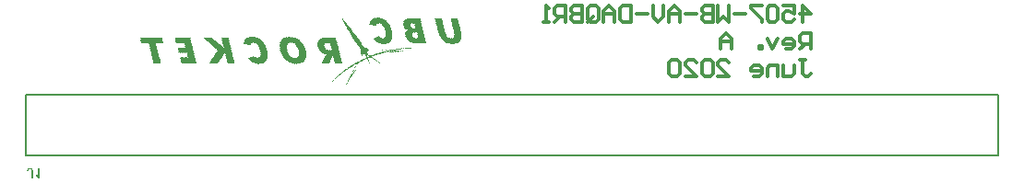
<source format=gbo>
G04*
G04 #@! TF.GenerationSoftware,Altium Limited,Altium Designer,20.0.11 (256)*
G04*
G04 Layer_Color=32896*
%FSLAX25Y25*%
%MOIN*%
G70*
G01*
G75*
%ADD11C,0.01181*%
%ADD23C,0.00787*%
G36*
X141301Y40626D02*
X141414D01*
Y40513D01*
X141527D01*
Y40626D01*
X141640D01*
Y40513D01*
X141753D01*
Y40626D01*
X141866D01*
Y40513D01*
X142204D01*
Y40400D01*
X142317D01*
Y40288D01*
X142430D01*
Y40400D01*
X142317D01*
Y40513D01*
X142430D01*
Y40400D01*
X142543D01*
Y40288D01*
X142881D01*
Y40175D01*
X142994D01*
Y40062D01*
X143333D01*
Y39949D01*
X143446D01*
Y39836D01*
X143784D01*
Y39723D01*
X143897D01*
Y39610D01*
X144010D01*
Y39498D01*
X144123D01*
Y39385D01*
X144236D01*
Y39272D01*
X144349D01*
Y39159D01*
X144462D01*
Y39046D01*
X144574D01*
Y38933D01*
X144687D01*
Y38820D01*
X144800D01*
Y38707D01*
X144913D01*
Y38594D01*
X144800D01*
Y38482D01*
X145026D01*
Y38369D01*
Y38256D01*
X145139D01*
Y38143D01*
X145252D01*
Y38030D01*
X145364D01*
Y37917D01*
X145252D01*
Y37804D01*
X145364D01*
Y37692D01*
X145477D01*
Y37579D01*
X145590D01*
Y37466D01*
X145477D01*
Y37353D01*
X145590D01*
Y37240D01*
X145703D01*
Y37127D01*
X145816D01*
Y37014D01*
X145703D01*
Y36902D01*
X145816D01*
Y36789D01*
X145703D01*
Y36676D01*
X145816D01*
Y36563D01*
X145929D01*
Y36450D01*
X146042D01*
Y36337D01*
X145929D01*
Y36224D01*
X146042D01*
Y36111D01*
X145929D01*
Y35999D01*
X146042D01*
Y35886D01*
Y35773D01*
X146267D01*
Y35660D01*
X146154D01*
Y35547D01*
X146267D01*
Y35434D01*
X146154D01*
Y35321D01*
X146267D01*
Y35208D01*
X146154D01*
Y35096D01*
X146267D01*
Y34983D01*
X146154D01*
Y34870D01*
X146267D01*
Y34757D01*
Y34644D01*
Y34531D01*
Y34418D01*
Y34306D01*
Y34193D01*
Y34080D01*
Y33967D01*
Y33854D01*
Y33741D01*
Y33628D01*
X146154D01*
Y33516D01*
X146267D01*
Y33403D01*
X146154D01*
Y33290D01*
Y33177D01*
Y33064D01*
X146042D01*
Y32951D01*
Y32838D01*
Y32725D01*
X145929D01*
Y32613D01*
X145816D01*
Y32500D01*
Y32387D01*
Y32274D01*
X145703D01*
Y32161D01*
X145590D01*
Y32048D01*
X145477D01*
Y31935D01*
X145364D01*
Y31822D01*
X145252D01*
Y31710D01*
X145139D01*
Y31597D01*
X144800D01*
Y31484D01*
X144687D01*
Y31371D01*
X144123D01*
Y31258D01*
X144010D01*
Y31145D01*
X143897D01*
Y31258D01*
X143784D01*
Y31145D01*
X143671D01*
Y31258D01*
X143559D01*
Y31145D01*
X143220D01*
Y31258D01*
X143107D01*
Y31145D01*
X142769D01*
Y31258D01*
X142656D01*
Y31145D01*
X142543D01*
Y31258D01*
X142204D01*
Y31371D01*
X141640D01*
Y31484D01*
X141527D01*
Y31597D01*
X141188D01*
Y31710D01*
X141076D01*
Y31822D01*
X140963D01*
Y31710D01*
X141076D01*
Y31597D01*
X140963D01*
Y31710D01*
X140850D01*
Y31822D01*
X140737D01*
Y31935D01*
X140624D01*
Y32048D01*
X140285D01*
Y32161D01*
X140398D01*
Y32274D01*
X140060D01*
Y32387D01*
X139947D01*
Y32500D01*
X139834D01*
Y32613D01*
X139721D01*
Y32725D01*
X139608D01*
Y32838D01*
X139495D01*
Y32951D01*
X139382D01*
Y33064D01*
X139495D01*
Y33177D01*
X139608D01*
Y33064D01*
X139721D01*
Y33177D01*
X139834D01*
Y33064D01*
X139947D01*
Y33177D01*
X139834D01*
Y33290D01*
X140173D01*
Y33403D01*
X140285D01*
Y33516D01*
X140398D01*
Y33403D01*
X140511D01*
Y33516D01*
X140624D01*
Y33628D01*
X140737D01*
Y33516D01*
X140850D01*
Y33628D01*
X140737D01*
Y33741D01*
X140850D01*
Y33628D01*
X140963D01*
Y33741D01*
X141076D01*
Y33854D01*
X141188D01*
Y33741D01*
X141301D01*
Y33854D01*
X141188D01*
Y33967D01*
X141301D01*
Y33854D01*
X141414D01*
Y33741D01*
X141753D01*
Y33628D01*
X141640D01*
Y33516D01*
X141978D01*
Y33403D01*
X142091D01*
Y33290D01*
X142430D01*
Y33177D01*
X142543D01*
Y33064D01*
X142656D01*
Y33177D01*
X142769D01*
Y33064D01*
X142881D01*
Y33177D01*
X142769D01*
Y33290D01*
X142881D01*
Y33177D01*
X142994D01*
Y33064D01*
X143107D01*
Y33177D01*
X142994D01*
Y33290D01*
X143333D01*
Y33403D01*
X143446D01*
Y33516D01*
X143559D01*
Y33628D01*
X143671D01*
Y33741D01*
X143784D01*
Y33854D01*
X143671D01*
Y33967D01*
X143784D01*
Y34080D01*
X143671D01*
Y34193D01*
X143784D01*
Y34306D01*
X143671D01*
Y34418D01*
X143784D01*
Y34531D01*
X143671D01*
Y34644D01*
X143784D01*
Y34757D01*
X143671D01*
Y34870D01*
X143784D01*
Y34983D01*
X143671D01*
Y35096D01*
X143784D01*
Y35208D01*
X143671D01*
Y35321D01*
X143784D01*
Y35434D01*
X143671D01*
Y35547D01*
X143784D01*
Y35660D01*
X143671D01*
Y35773D01*
X143559D01*
Y35886D01*
X143671D01*
Y35999D01*
X143559D01*
Y36111D01*
X143446D01*
Y36224D01*
X143559D01*
Y36337D01*
X143446D01*
Y36450D01*
Y36563D01*
Y36676D01*
X143333D01*
Y36789D01*
X143220D01*
Y36902D01*
X143333D01*
Y37014D01*
X143220D01*
Y37127D01*
X143107D01*
Y37240D01*
Y37353D01*
Y37466D01*
X142994D01*
Y37579D01*
X142881D01*
Y37692D01*
X142769D01*
Y37804D01*
Y37917D01*
X142543D01*
Y38030D01*
X142656D01*
Y38143D01*
X142317D01*
Y38256D01*
X142430D01*
Y38369D01*
X142091D01*
Y38482D01*
X141978D01*
Y38594D01*
X141640D01*
Y38707D01*
X141527D01*
Y38594D01*
X141414D01*
Y38707D01*
X141301D01*
Y38594D01*
X141188D01*
Y38707D01*
X141076D01*
Y38594D01*
X140963D01*
Y38482D01*
X140850D01*
Y38594D01*
X140737D01*
Y38482D01*
X140850D01*
Y38369D01*
X140511D01*
Y38256D01*
X140624D01*
Y38143D01*
X140511D01*
Y38030D01*
X140398D01*
Y37917D01*
Y37804D01*
Y37692D01*
X140060D01*
Y37804D01*
X139721D01*
Y37917D01*
X139157D01*
Y38030D01*
X139044D01*
Y38143D01*
X138931D01*
Y38030D01*
X138818D01*
Y38143D01*
X138479D01*
Y38256D01*
X138367D01*
Y38143D01*
X138254D01*
Y38256D01*
X138141D01*
Y38369D01*
X138028D01*
Y38256D01*
X137915D01*
Y38369D01*
Y38482D01*
Y38594D01*
X138028D01*
Y38707D01*
Y38820D01*
Y38933D01*
X138141D01*
Y39046D01*
Y39159D01*
Y39272D01*
X138254D01*
Y39385D01*
X138367D01*
Y39498D01*
X138479D01*
Y39610D01*
X138592D01*
Y39723D01*
X138479D01*
Y39836D01*
X138818D01*
Y39949D01*
X138931D01*
Y40062D01*
X139044D01*
Y40175D01*
X139157D01*
Y40288D01*
X139495D01*
Y40400D01*
X139608D01*
Y40513D01*
X139721D01*
Y40400D01*
X139834D01*
Y40513D01*
X139947D01*
Y40626D01*
X140060D01*
Y40513D01*
X140173D01*
Y40626D01*
X140285D01*
Y40513D01*
X140398D01*
Y40626D01*
X140285D01*
Y40739D01*
X140398D01*
Y40626D01*
X140511D01*
Y40513D01*
X140624D01*
Y40626D01*
X140511D01*
Y40739D01*
X140624D01*
Y40626D01*
X140737D01*
Y40739D01*
X140850D01*
Y40626D01*
X140963D01*
Y40513D01*
X141076D01*
Y40626D01*
X140963D01*
Y40739D01*
X141076D01*
Y40626D01*
X141188D01*
Y40739D01*
X141301D01*
Y40626D01*
D02*
G37*
G36*
X164100Y40400D02*
X163988D01*
Y40513D01*
X164100D01*
Y40400D01*
D02*
G37*
G36*
X169744D02*
X169857D01*
Y40288D01*
Y40175D01*
Y40062D01*
X169969D01*
Y39949D01*
X169857D01*
Y39836D01*
X169969D01*
Y39723D01*
Y39610D01*
Y39498D01*
X170082D01*
Y39385D01*
Y39272D01*
Y39159D01*
X170195D01*
Y39046D01*
X170082D01*
Y38933D01*
X170195D01*
Y38820D01*
Y38707D01*
Y38594D01*
X170308D01*
Y38482D01*
Y38369D01*
Y38256D01*
X170421D01*
Y38143D01*
X170308D01*
Y38030D01*
X170421D01*
Y37917D01*
Y37804D01*
Y37692D01*
X170534D01*
Y37579D01*
X170647D01*
Y37466D01*
X170534D01*
Y37353D01*
X170647D01*
Y37240D01*
X170534D01*
Y37127D01*
X170647D01*
Y37014D01*
Y36902D01*
Y36789D01*
X170760D01*
Y36676D01*
Y36563D01*
Y36450D01*
X170872D01*
Y36337D01*
X170760D01*
Y36224D01*
X170872D01*
Y36111D01*
X170760D01*
Y35999D01*
X170872D01*
Y35886D01*
X170985D01*
Y35773D01*
X171098D01*
Y35660D01*
X170985D01*
Y35547D01*
X171098D01*
Y35434D01*
X170985D01*
Y35321D01*
X171098D01*
Y35208D01*
X170985D01*
Y35096D01*
X171098D01*
Y34983D01*
X170985D01*
Y34870D01*
X171098D01*
Y34757D01*
X171211D01*
Y34644D01*
X171098D01*
Y34531D01*
X171211D01*
Y34418D01*
X171098D01*
Y34306D01*
X171211D01*
Y34193D01*
X171098D01*
Y34080D01*
X171211D01*
Y33967D01*
X171098D01*
Y33854D01*
X171211D01*
Y33741D01*
X171098D01*
Y33628D01*
X170985D01*
Y33516D01*
X171098D01*
Y33403D01*
X170985D01*
Y33290D01*
X171098D01*
Y33177D01*
X170985D01*
Y33064D01*
X171098D01*
Y32951D01*
X170985D01*
Y32838D01*
X170872D01*
Y32725D01*
X170760D01*
Y32613D01*
X170872D01*
Y32500D01*
X170760D01*
Y32387D01*
X170647D01*
Y32274D01*
X170534D01*
Y32161D01*
X170421D01*
Y32048D01*
X170308D01*
Y31935D01*
X170195D01*
Y31822D01*
X170082D01*
Y31710D01*
X169969D01*
Y31597D01*
X169631D01*
Y31484D01*
X169518D01*
Y31371D01*
X168954D01*
Y31258D01*
X168841D01*
Y31371D01*
X168728D01*
Y31258D01*
X168841D01*
Y31145D01*
X168728D01*
Y31258D01*
X168615D01*
Y31145D01*
X168502D01*
Y31258D01*
X168389D01*
Y31145D01*
X168051D01*
Y31258D01*
X167938D01*
Y31145D01*
X167599D01*
Y31258D01*
X167486D01*
Y31145D01*
X167374D01*
Y31258D01*
X167261D01*
Y31145D01*
X167148D01*
Y31258D01*
X167035D01*
Y31371D01*
X166922D01*
Y31258D01*
X167035D01*
Y31145D01*
X166922D01*
Y31258D01*
X166809D01*
Y31371D01*
X166471D01*
Y31484D01*
X166358D01*
Y31371D01*
X166245D01*
Y31484D01*
X166132D01*
Y31597D01*
X166019D01*
Y31484D01*
X165906D01*
Y31597D01*
X165793D01*
Y31710D01*
X165681D01*
Y31822D01*
X165568D01*
Y31710D01*
X165681D01*
Y31597D01*
X165568D01*
Y31710D01*
X165455D01*
Y31822D01*
X165342D01*
Y31935D01*
X165229D01*
Y32048D01*
X164891D01*
Y32161D01*
X164778D01*
Y32274D01*
X164665D01*
Y32387D01*
X164552D01*
Y32500D01*
X164439D01*
Y32613D01*
X164326D01*
Y32725D01*
X164213D01*
Y32838D01*
X164100D01*
Y32951D01*
X163988D01*
Y33064D01*
X163875D01*
Y33177D01*
X163762D01*
Y33290D01*
Y33403D01*
X163536D01*
Y33516D01*
X163649D01*
Y33628D01*
X163536D01*
Y33741D01*
X163423D01*
Y33854D01*
X163310D01*
Y33967D01*
X163423D01*
Y34080D01*
X163310D01*
Y34193D01*
X163198D01*
Y34306D01*
X163085D01*
Y34418D01*
X163198D01*
Y34531D01*
X163085D01*
Y34644D01*
X162972D01*
Y34757D01*
Y34870D01*
Y34983D01*
X162859D01*
Y35096D01*
Y35208D01*
Y35321D01*
Y35434D01*
Y35547D01*
X162746D01*
Y35660D01*
X162633D01*
Y35773D01*
X162746D01*
Y35886D01*
X162633D01*
Y35999D01*
X162746D01*
Y36111D01*
X162633D01*
Y36224D01*
X162520D01*
Y36337D01*
Y36450D01*
Y36563D01*
X162407D01*
Y36676D01*
X162520D01*
Y36789D01*
X162407D01*
Y36902D01*
X162520D01*
Y37014D01*
X162407D01*
Y37127D01*
X162294D01*
Y37240D01*
X162407D01*
Y37127D01*
X162520D01*
Y37240D01*
X162407D01*
Y37353D01*
X162294D01*
Y37466D01*
X162182D01*
Y37579D01*
X162294D01*
Y37692D01*
X162182D01*
Y37804D01*
X162294D01*
Y37917D01*
X162182D01*
Y38030D01*
X162069D01*
Y38143D01*
X162182D01*
Y38256D01*
X162069D01*
Y38369D01*
X161956D01*
Y38482D01*
X162069D01*
Y38594D01*
X161956D01*
Y38707D01*
X162069D01*
Y38820D01*
X161956D01*
Y38933D01*
X162069D01*
Y39046D01*
X161956D01*
Y39159D01*
X161843D01*
Y39272D01*
X161730D01*
Y39385D01*
X161843D01*
Y39498D01*
X161730D01*
Y39610D01*
X161843D01*
Y39723D01*
X161730D01*
Y39836D01*
Y39949D01*
Y40062D01*
X161617D01*
Y40175D01*
X161504D01*
Y40288D01*
X161617D01*
Y40400D01*
X161730D01*
Y40513D01*
X161843D01*
Y40400D01*
X161956D01*
Y40288D01*
X162069D01*
Y40400D01*
X161956D01*
Y40513D01*
X162069D01*
Y40400D01*
X162182D01*
Y40288D01*
X162294D01*
Y40400D01*
X162182D01*
Y40513D01*
X162294D01*
Y40400D01*
X162407D01*
Y40288D01*
X162520D01*
Y40400D01*
X162407D01*
Y40513D01*
X162520D01*
Y40400D01*
X162633D01*
Y40513D01*
X162746D01*
Y40400D01*
X162859D01*
Y40288D01*
X162972D01*
Y40400D01*
X162859D01*
Y40513D01*
X162972D01*
Y40400D01*
X163085D01*
Y40288D01*
X163198D01*
Y40400D01*
X163085D01*
Y40513D01*
X163198D01*
Y40400D01*
X163310D01*
Y40288D01*
X163423D01*
Y40400D01*
X163310D01*
Y40513D01*
X163423D01*
Y40400D01*
X163536D01*
Y40513D01*
X163649D01*
Y40400D01*
X163762D01*
Y40288D01*
X163875D01*
Y40400D01*
X163762D01*
Y40513D01*
X163875D01*
Y40400D01*
X163988D01*
Y40288D01*
X164100D01*
Y40175D01*
X164213D01*
Y40062D01*
X164100D01*
Y39949D01*
X164213D01*
Y39836D01*
X164326D01*
Y39723D01*
X164213D01*
Y39610D01*
X164326D01*
Y39498D01*
X164213D01*
Y39385D01*
X164326D01*
Y39272D01*
Y39159D01*
Y39046D01*
X164439D01*
Y38933D01*
Y38820D01*
Y38707D01*
X164552D01*
Y38594D01*
X164439D01*
Y38482D01*
X164552D01*
Y38369D01*
Y38256D01*
Y38143D01*
X164665D01*
Y38030D01*
X164778D01*
Y37917D01*
X164665D01*
Y37804D01*
X164778D01*
Y37692D01*
X164665D01*
Y37579D01*
X164778D01*
Y37466D01*
Y37353D01*
Y37240D01*
X164891D01*
Y37127D01*
Y37014D01*
Y36902D01*
X165003D01*
Y36789D01*
X164891D01*
Y36676D01*
X165003D01*
Y36563D01*
Y36450D01*
Y36337D01*
X165116D01*
Y36224D01*
X165229D01*
Y36111D01*
X165116D01*
Y35999D01*
X165229D01*
Y35886D01*
X165116D01*
Y35773D01*
X165229D01*
Y35660D01*
Y35547D01*
Y35434D01*
X165342D01*
Y35321D01*
Y35208D01*
Y35096D01*
X165455D01*
Y34983D01*
X165342D01*
Y34870D01*
X165455D01*
Y34757D01*
X165568D01*
Y34644D01*
X165681D01*
Y34531D01*
X165568D01*
Y34418D01*
X165681D01*
Y34306D01*
X165793D01*
Y34193D01*
X165906D01*
Y34080D01*
X165793D01*
Y33967D01*
X165906D01*
Y33854D01*
X166019D01*
Y33741D01*
X166132D01*
Y33628D01*
X166245D01*
Y33516D01*
X166358D01*
Y33403D01*
X166471D01*
Y33290D01*
X166809D01*
Y33177D01*
X166922D01*
Y33064D01*
X167035D01*
Y33177D01*
X166922D01*
Y33290D01*
X167035D01*
Y33177D01*
X167148D01*
Y33290D01*
X167261D01*
Y33177D01*
X167374D01*
Y33064D01*
X167486D01*
Y33177D01*
X167599D01*
Y33064D01*
X167712D01*
Y33177D01*
X167599D01*
Y33290D01*
X167712D01*
Y33177D01*
X167825D01*
Y33064D01*
X167938D01*
Y33177D01*
X167825D01*
Y33290D01*
X167938D01*
Y33177D01*
X168051D01*
Y33290D01*
X168164D01*
Y33403D01*
X168277D01*
Y33290D01*
X168389D01*
Y33403D01*
X168277D01*
Y33516D01*
X168389D01*
Y33403D01*
X168502D01*
Y33516D01*
X168615D01*
Y33628D01*
X168502D01*
Y33741D01*
X168615D01*
Y33854D01*
Y33967D01*
Y34080D01*
X168728D01*
Y34193D01*
X168615D01*
Y34306D01*
X168728D01*
Y34418D01*
Y34531D01*
Y34644D01*
X168615D01*
Y34757D01*
Y34870D01*
Y34983D01*
Y35096D01*
Y35208D01*
X168502D01*
Y35321D01*
X168615D01*
Y35434D01*
X168502D01*
Y35547D01*
X168615D01*
Y35660D01*
X168502D01*
Y35773D01*
X168389D01*
Y35886D01*
Y35999D01*
Y36111D01*
X168277D01*
Y36224D01*
X168389D01*
Y36337D01*
X168277D01*
Y36450D01*
Y36563D01*
Y36676D01*
Y36789D01*
Y36902D01*
X168164D01*
Y37014D01*
X168051D01*
Y37127D01*
X168164D01*
Y37240D01*
X168051D01*
Y37353D01*
X168164D01*
Y37466D01*
X168051D01*
Y37579D01*
X167938D01*
Y37692D01*
Y37804D01*
Y37917D01*
X167825D01*
Y38030D01*
X167938D01*
Y38143D01*
X167825D01*
Y38256D01*
X167938D01*
Y38369D01*
X167825D01*
Y38482D01*
X167938D01*
Y38594D01*
X167825D01*
Y38707D01*
X167712D01*
Y38820D01*
X167599D01*
Y38933D01*
X167712D01*
Y39046D01*
X167599D01*
Y39159D01*
X167712D01*
Y39272D01*
X167599D01*
Y39385D01*
X167486D01*
Y39498D01*
X167599D01*
Y39610D01*
X167486D01*
Y39723D01*
X167374D01*
Y39836D01*
X167486D01*
Y39949D01*
X167374D01*
Y40062D01*
X167486D01*
Y40175D01*
X167374D01*
Y40288D01*
X167486D01*
Y40400D01*
X167599D01*
Y40288D01*
X167712D01*
Y40400D01*
X167599D01*
Y40513D01*
X167712D01*
Y40400D01*
X167825D01*
Y40288D01*
X167938D01*
Y40400D01*
X167825D01*
Y40513D01*
X167938D01*
Y40400D01*
X168051D01*
Y40513D01*
X168164D01*
Y40400D01*
X168277D01*
Y40288D01*
X168389D01*
Y40400D01*
X168277D01*
Y40513D01*
X168389D01*
Y40400D01*
X168502D01*
Y40288D01*
X168615D01*
Y40400D01*
X168502D01*
Y40513D01*
X168615D01*
Y40400D01*
X168728D01*
Y40288D01*
X168841D01*
Y40400D01*
X168728D01*
Y40513D01*
X168841D01*
Y40400D01*
X168954D01*
Y40513D01*
X169067D01*
Y40400D01*
X169179D01*
Y40288D01*
X169292D01*
Y40400D01*
X169179D01*
Y40513D01*
X169292D01*
Y40400D01*
X169405D01*
Y40288D01*
X169518D01*
Y40400D01*
X169405D01*
Y40513D01*
X169518D01*
Y40400D01*
X169631D01*
Y40288D01*
X169744D01*
Y40400D01*
X169631D01*
Y40513D01*
X169744D01*
Y40400D01*
D02*
G37*
G36*
X156200D02*
X156313D01*
Y40288D01*
Y40175D01*
Y40062D01*
X156425D01*
Y39949D01*
X156313D01*
Y39836D01*
X156425D01*
Y39723D01*
X156313D01*
Y39610D01*
X156425D01*
Y39498D01*
X156538D01*
Y39385D01*
X156651D01*
Y39272D01*
X156538D01*
Y39159D01*
X156651D01*
Y39046D01*
X156538D01*
Y38933D01*
X156651D01*
Y38820D01*
X156538D01*
Y38707D01*
X156651D01*
Y38594D01*
X156764D01*
Y38482D01*
X156651D01*
Y38369D01*
X156764D01*
Y38256D01*
X156877D01*
Y38143D01*
X156764D01*
Y38030D01*
X156877D01*
Y37917D01*
X156764D01*
Y37804D01*
X156877D01*
Y37692D01*
Y37579D01*
Y37466D01*
X156990D01*
Y37353D01*
Y37240D01*
Y37127D01*
X157103D01*
Y37014D01*
X156990D01*
Y36902D01*
X157103D01*
Y36789D01*
X156990D01*
Y36676D01*
X157103D01*
Y36563D01*
X157215D01*
Y36450D01*
Y36337D01*
Y36224D01*
X157328D01*
Y36111D01*
X157215D01*
Y35999D01*
X157328D01*
Y35886D01*
Y35773D01*
Y35660D01*
X157441D01*
Y35547D01*
Y35434D01*
Y35321D01*
X157554D01*
Y35208D01*
X157441D01*
Y35096D01*
X157554D01*
Y34983D01*
Y34870D01*
Y34757D01*
X157667D01*
Y34644D01*
Y34531D01*
Y34418D01*
X157780D01*
Y34306D01*
X157667D01*
Y34193D01*
X157780D01*
Y34080D01*
Y33967D01*
Y33854D01*
X157893D01*
Y33741D01*
Y33628D01*
Y33516D01*
X158006D01*
Y33403D01*
X157893D01*
Y33290D01*
X158006D01*
Y33177D01*
X157893D01*
Y33064D01*
X158006D01*
Y32951D01*
X158118D01*
Y32838D01*
Y32725D01*
Y32613D01*
X158231D01*
Y32500D01*
X158118D01*
Y32387D01*
X158231D01*
Y32274D01*
X158118D01*
Y32161D01*
X158231D01*
Y32048D01*
X158344D01*
Y31935D01*
X158231D01*
Y31822D01*
X158344D01*
Y31710D01*
X158457D01*
Y31597D01*
X158344D01*
Y31484D01*
X158231D01*
Y31371D01*
X157893D01*
Y31484D01*
X157780D01*
Y31371D01*
X157441D01*
Y31484D01*
X157328D01*
Y31371D01*
X156990D01*
Y31484D01*
X156877D01*
Y31371D01*
X156764D01*
Y31484D01*
X156651D01*
Y31371D01*
X156538D01*
Y31484D01*
X156425D01*
Y31371D01*
X156087D01*
Y31484D01*
X155974D01*
Y31371D01*
X155635D01*
Y31484D01*
X155523D01*
Y31371D01*
X155184D01*
Y31484D01*
X155071D01*
Y31371D01*
X154958D01*
Y31484D01*
X154845D01*
Y31371D01*
X154732D01*
Y31484D01*
X154620D01*
Y31371D01*
X154507D01*
Y31484D01*
X154394D01*
Y31371D01*
X154281D01*
Y31484D01*
X154168D01*
Y31597D01*
X154055D01*
Y31484D01*
X154168D01*
Y31371D01*
X154055D01*
Y31484D01*
X153942D01*
Y31597D01*
X153830D01*
Y31484D01*
X153717D01*
Y31597D01*
X153378D01*
Y31710D01*
X153265D01*
Y31822D01*
X153152D01*
Y31710D01*
X153265D01*
Y31597D01*
X153152D01*
Y31710D01*
X153039D01*
Y31822D01*
X152927D01*
Y31935D01*
X152814D01*
Y32048D01*
X152701D01*
Y31935D01*
X152814D01*
Y31822D01*
X152701D01*
Y31935D01*
X152588D01*
Y32048D01*
X152475D01*
Y32161D01*
X152362D01*
Y32274D01*
X152024D01*
Y32387D01*
X151911D01*
Y32500D01*
X151798D01*
Y32613D01*
X151685D01*
Y32725D01*
X151572D01*
Y32838D01*
X151459D01*
Y32951D01*
X151346D01*
Y33064D01*
X151459D01*
Y33177D01*
X151346D01*
Y33290D01*
X151233D01*
Y33403D01*
X151121D01*
Y33516D01*
X151233D01*
Y33628D01*
X151121D01*
Y33741D01*
X151008D01*
Y33854D01*
X150895D01*
Y33967D01*
X151008D01*
Y34080D01*
X150895D01*
Y34193D01*
X151008D01*
Y34306D01*
X150895D01*
Y34418D01*
X150782D01*
Y34531D01*
X150895D01*
Y34644D01*
X150782D01*
Y34757D01*
X150669D01*
Y34870D01*
X150782D01*
Y34757D01*
X150895D01*
Y34870D01*
X150782D01*
Y34983D01*
X150895D01*
Y35096D01*
X151008D01*
Y35208D01*
X150895D01*
Y35321D01*
X151008D01*
Y35434D01*
X151121D01*
Y35547D01*
X151233D01*
Y35660D01*
X151346D01*
Y35773D01*
X151459D01*
Y35886D01*
X151572D01*
Y35773D01*
X151685D01*
Y35886D01*
X151572D01*
Y35999D01*
X151911D01*
Y36111D01*
X151798D01*
Y36224D01*
X151685D01*
Y36337D01*
X151346D01*
Y36450D01*
X151233D01*
Y36563D01*
X150895D01*
Y36676D01*
X150782D01*
Y36789D01*
X150669D01*
Y36902D01*
X150556D01*
Y37014D01*
X150443D01*
Y37127D01*
X150556D01*
Y37240D01*
X150443D01*
Y37353D01*
X150331D01*
Y37466D01*
X150218D01*
Y37579D01*
X150331D01*
Y37692D01*
X150218D01*
Y37804D01*
X150105D01*
Y37917D01*
Y38030D01*
Y38143D01*
Y38256D01*
Y38369D01*
Y38482D01*
Y38594D01*
Y38707D01*
Y38820D01*
Y38933D01*
X150331D01*
Y39046D01*
X150218D01*
Y39159D01*
X150331D01*
Y39272D01*
X150218D01*
Y39385D01*
X150443D01*
Y39498D01*
Y39610D01*
X150556D01*
Y39723D01*
X150669D01*
Y39836D01*
X150782D01*
Y39949D01*
X150895D01*
Y40062D01*
X151233D01*
Y40175D01*
X151346D01*
Y40288D01*
X151911D01*
Y40400D01*
X152024D01*
Y40288D01*
X152137D01*
Y40400D01*
X152249D01*
Y40288D01*
X152362D01*
Y40400D01*
X152249D01*
Y40513D01*
X152362D01*
Y40400D01*
X152475D01*
Y40288D01*
X152588D01*
Y40400D01*
X152475D01*
Y40513D01*
X152588D01*
Y40400D01*
X152701D01*
Y40513D01*
X152814D01*
Y40400D01*
X152927D01*
Y40288D01*
X153039D01*
Y40400D01*
X152927D01*
Y40513D01*
X153039D01*
Y40400D01*
X153152D01*
Y40288D01*
X153265D01*
Y40400D01*
X153152D01*
Y40513D01*
X153265D01*
Y40400D01*
X153378D01*
Y40288D01*
X153491D01*
Y40400D01*
X153378D01*
Y40513D01*
X153491D01*
Y40400D01*
X153604D01*
Y40513D01*
X153717D01*
Y40400D01*
X153830D01*
Y40288D01*
X153942D01*
Y40400D01*
X153830D01*
Y40513D01*
X153942D01*
Y40400D01*
X154055D01*
Y40288D01*
X154168D01*
Y40400D01*
X154055D01*
Y40513D01*
X154168D01*
Y40400D01*
X154281D01*
Y40288D01*
X154394D01*
Y40400D01*
X154281D01*
Y40513D01*
X154394D01*
Y40400D01*
X154507D01*
Y40513D01*
X154620D01*
Y40400D01*
X154732D01*
Y40288D01*
X154845D01*
Y40400D01*
X154732D01*
Y40513D01*
X154845D01*
Y40400D01*
X154958D01*
Y40288D01*
X155071D01*
Y40400D01*
X154958D01*
Y40513D01*
X155071D01*
Y40400D01*
X155184D01*
Y40288D01*
X155297D01*
Y40400D01*
X155184D01*
Y40513D01*
X155297D01*
Y40400D01*
X155410D01*
Y40513D01*
X155523D01*
Y40400D01*
X155635D01*
Y40288D01*
X155748D01*
Y40400D01*
X155635D01*
Y40513D01*
X155748D01*
Y40400D01*
X155861D01*
Y40288D01*
X155974D01*
Y40400D01*
X155861D01*
Y40513D01*
X155974D01*
Y40400D01*
X156087D01*
Y40288D01*
X156200D01*
Y40400D01*
X156087D01*
Y40513D01*
X156200D01*
Y40400D01*
D02*
G37*
G36*
X157103Y37466D02*
X156990D01*
Y37579D01*
X157103D01*
Y37466D01*
D02*
G37*
G36*
X131595Y36337D02*
X131482D01*
Y36450D01*
X131595D01*
Y36337D01*
D02*
G37*
G36*
X166132Y33854D02*
X166019D01*
Y33967D01*
X166132D01*
Y33854D01*
D02*
G37*
G36*
X141527D02*
X141414D01*
Y33967D01*
X141527D01*
Y33854D01*
D02*
G37*
G36*
X110150Y33628D02*
X110263D01*
Y33516D01*
X110375D01*
Y33628D01*
X110488D01*
Y33516D01*
X110827D01*
Y33403D01*
X110940D01*
Y33516D01*
X111053D01*
Y33403D01*
X111166D01*
Y33290D01*
X111504D01*
Y33177D01*
X111617D01*
Y33064D01*
X111956D01*
Y32951D01*
X112069D01*
Y32838D01*
X112294D01*
Y32725D01*
Y32613D01*
X112407D01*
Y32725D01*
X112520D01*
Y32613D01*
X112633D01*
Y32500D01*
X112746D01*
Y32387D01*
X112859D01*
Y32274D01*
X112971D01*
Y32161D01*
X113084D01*
Y32048D01*
X113197D01*
Y31935D01*
X113310D01*
Y31822D01*
X113423D01*
Y31710D01*
X113536D01*
Y31597D01*
X113649D01*
Y31484D01*
X113761D01*
Y31371D01*
X113874D01*
Y31258D01*
Y31145D01*
Y31032D01*
X113987D01*
Y30920D01*
X114100D01*
Y30807D01*
X114213D01*
Y30694D01*
Y30581D01*
Y30468D01*
X114326D01*
Y30355D01*
X114439D01*
Y30242D01*
X114326D01*
Y30130D01*
X114439D01*
Y30017D01*
X114552D01*
Y29904D01*
X114664D01*
Y29791D01*
X114552D01*
Y29678D01*
X114664D01*
Y29565D01*
X114777D01*
Y29452D01*
X114664D01*
Y29565D01*
X114552D01*
Y29452D01*
X114664D01*
Y29339D01*
X114777D01*
Y29226D01*
X114890D01*
Y29114D01*
X114777D01*
Y29001D01*
X114890D01*
Y28888D01*
X114777D01*
Y28775D01*
X114890D01*
Y28662D01*
X115003D01*
Y28549D01*
X115116D01*
Y28436D01*
X115003D01*
Y28324D01*
Y28211D01*
Y28098D01*
X115116D01*
Y27985D01*
X115003D01*
Y27872D01*
X115116D01*
Y27759D01*
X115003D01*
Y27646D01*
X115116D01*
Y27534D01*
X115003D01*
Y27421D01*
X115116D01*
Y27308D01*
X115003D01*
Y27195D01*
X115116D01*
Y27082D01*
X115003D01*
Y26969D01*
X115116D01*
Y26856D01*
X115003D01*
Y26743D01*
X115116D01*
Y26631D01*
X115003D01*
Y26518D01*
X115116D01*
Y26405D01*
X115003D01*
Y26292D01*
X115116D01*
Y26179D01*
X115003D01*
Y26066D01*
X114890D01*
Y25953D01*
X114777D01*
Y25840D01*
X114890D01*
Y25728D01*
X114777D01*
Y25615D01*
X114664D01*
Y25502D01*
X114552D01*
Y25389D01*
X114664D01*
Y25276D01*
X114552D01*
Y25163D01*
X114439D01*
Y25276D01*
X114326D01*
Y25163D01*
X114439D01*
Y25050D01*
X114326D01*
Y24938D01*
X114213D01*
Y24825D01*
X114100D01*
Y24712D01*
X113987D01*
Y24825D01*
X113874D01*
Y24712D01*
X113987D01*
Y24599D01*
X113649D01*
Y24486D01*
X113536D01*
Y24373D01*
X113197D01*
Y24260D01*
X113084D01*
Y24148D01*
X112520D01*
Y24035D01*
X112407D01*
Y24148D01*
X112294D01*
Y24035D01*
X112407D01*
Y23922D01*
X112294D01*
Y24035D01*
X111956D01*
Y23922D01*
X111843D01*
Y24035D01*
X111730D01*
Y23922D01*
X111617D01*
Y24035D01*
X111504D01*
Y23922D01*
X111391D01*
Y24035D01*
X111278D01*
Y23922D01*
X111166D01*
Y24035D01*
X111053D01*
Y23922D01*
X110940D01*
Y24035D01*
X110601D01*
Y24148D01*
X110488D01*
Y24035D01*
X110601D01*
Y23922D01*
X110488D01*
Y24035D01*
X110375D01*
Y24148D01*
X110037D01*
Y24260D01*
X109924D01*
Y24148D01*
X109811D01*
Y24260D01*
X109698D01*
Y24373D01*
X109585D01*
Y24260D01*
X109473D01*
Y24373D01*
X109134D01*
Y24486D01*
X109021D01*
Y24599D01*
X108683D01*
Y24712D01*
X108570D01*
Y24825D01*
X108231D01*
Y24938D01*
X108118D01*
Y25050D01*
X108005D01*
Y25163D01*
X107893D01*
Y25276D01*
X107780D01*
Y25389D01*
X107667D01*
Y25502D01*
X107554D01*
Y25615D01*
X107441D01*
Y25728D01*
X107328D01*
Y25840D01*
X107215D01*
Y25953D01*
X107102D01*
Y26066D01*
X106990D01*
Y26179D01*
X106877D01*
Y26292D01*
X106764D01*
Y26405D01*
X106651D01*
Y26518D01*
X106764D01*
Y26631D01*
X106651D01*
Y26743D01*
X106538D01*
Y26856D01*
X106425D01*
Y26969D01*
X106312D01*
Y27082D01*
Y27195D01*
Y27308D01*
X106199D01*
Y27421D01*
X106087D01*
Y27534D01*
X105974D01*
Y27646D01*
X106087D01*
Y27759D01*
X105974D01*
Y27872D01*
Y27985D01*
Y28098D01*
X105861D01*
Y28211D01*
X105748D01*
Y28324D01*
X105861D01*
Y28436D01*
X105748D01*
Y28549D01*
X105861D01*
Y28662D01*
X105748D01*
Y28775D01*
X105635D01*
Y28888D01*
X105522D01*
Y29001D01*
X105635D01*
Y28888D01*
X105748D01*
Y29001D01*
X105635D01*
Y29114D01*
X105522D01*
Y29226D01*
X105635D01*
Y29339D01*
X105522D01*
Y29452D01*
X105635D01*
Y29565D01*
X105522D01*
Y29678D01*
Y29791D01*
Y29904D01*
X105635D01*
Y30017D01*
X105522D01*
Y30130D01*
X105409D01*
Y30242D01*
X105522D01*
Y30355D01*
Y30468D01*
Y30581D01*
X105409D01*
Y30694D01*
X105522D01*
Y30807D01*
Y30920D01*
Y31032D01*
Y31145D01*
Y31258D01*
X105635D01*
Y31371D01*
X105522D01*
Y31484D01*
X105635D01*
Y31597D01*
X105522D01*
Y31710D01*
X105635D01*
Y31822D01*
X105748D01*
Y31935D01*
X105861D01*
Y32048D01*
X105748D01*
Y32161D01*
X105861D01*
Y32274D01*
X105974D01*
Y32387D01*
X106087D01*
Y32500D01*
X106199D01*
Y32613D01*
X106312D01*
Y32725D01*
X106425D01*
Y32838D01*
X106538D01*
Y32951D01*
X106651D01*
Y33064D01*
X106764D01*
Y33177D01*
X106877D01*
Y33064D01*
X106990D01*
Y33177D01*
X106877D01*
Y33290D01*
X107215D01*
Y33403D01*
X107328D01*
Y33516D01*
X107441D01*
Y33403D01*
X107554D01*
Y33516D01*
X107893D01*
Y33628D01*
X108005D01*
Y33516D01*
X108118D01*
Y33628D01*
X108005D01*
Y33741D01*
X108118D01*
Y33628D01*
X108231D01*
Y33516D01*
X108344D01*
Y33628D01*
X108231D01*
Y33741D01*
X108344D01*
Y33628D01*
X108457D01*
Y33741D01*
X108570D01*
Y33628D01*
X108683D01*
Y33741D01*
X109021D01*
Y33628D01*
X109134D01*
Y33741D01*
X109247D01*
Y33628D01*
X109360D01*
Y33741D01*
X109473D01*
Y33628D01*
X109585D01*
Y33516D01*
X109698D01*
Y33628D01*
X109585D01*
Y33741D01*
X109698D01*
Y33628D01*
X109811D01*
Y33741D01*
X109924D01*
Y33628D01*
X110037D01*
Y33516D01*
X110150D01*
Y33628D01*
X110037D01*
Y33741D01*
X110150D01*
Y33628D01*
D02*
G37*
G36*
X96606D02*
X96719D01*
Y33516D01*
X97283D01*
Y33403D01*
X97396D01*
Y33290D01*
X97509D01*
Y33403D01*
X97396D01*
Y33516D01*
X97509D01*
Y33403D01*
X97622D01*
Y33290D01*
X97734D01*
Y33177D01*
X97847D01*
Y33064D01*
X97960D01*
Y33177D01*
X98073D01*
Y33064D01*
X98186D01*
Y32951D01*
X98299D01*
Y32838D01*
X98637D01*
Y32725D01*
Y32613D01*
X98863D01*
Y32500D01*
X98976D01*
Y32387D01*
X99089D01*
Y32274D01*
X99202D01*
Y32161D01*
X99314D01*
Y32048D01*
X99427D01*
Y31935D01*
X99540D01*
Y31822D01*
X99653D01*
Y31710D01*
X99766D01*
Y31597D01*
Y31484D01*
X99992D01*
Y31371D01*
X99879D01*
Y31258D01*
X99992D01*
Y31145D01*
X100105D01*
Y31032D01*
X100217D01*
Y30920D01*
X100105D01*
Y30807D01*
X100217D01*
Y30694D01*
X100330D01*
Y30581D01*
X100443D01*
Y30468D01*
X100330D01*
Y30355D01*
X100443D01*
Y30242D01*
X100556D01*
Y30130D01*
X100669D01*
Y30017D01*
X100556D01*
Y29904D01*
X100669D01*
Y29791D01*
X100782D01*
Y29678D01*
X100895D01*
Y29565D01*
X100782D01*
Y29452D01*
X100895D01*
Y29339D01*
X100782D01*
Y29226D01*
X100895D01*
Y29114D01*
Y29001D01*
Y28888D01*
X101008D01*
Y28775D01*
Y28662D01*
Y28549D01*
X101120D01*
Y28436D01*
X101008D01*
Y28324D01*
X101120D01*
Y28211D01*
Y28098D01*
Y27985D01*
Y27872D01*
Y27759D01*
X101233D01*
Y27646D01*
X101120D01*
Y27534D01*
X101233D01*
Y27421D01*
Y27308D01*
Y27195D01*
Y27082D01*
Y26969D01*
Y26856D01*
Y26743D01*
X101120D01*
Y26631D01*
X101233D01*
Y26518D01*
X101120D01*
Y26405D01*
Y26292D01*
Y26179D01*
X101008D01*
Y26066D01*
X101120D01*
Y25953D01*
X101008D01*
Y25840D01*
X101120D01*
Y25728D01*
X101008D01*
Y25615D01*
X100895D01*
Y25502D01*
X100782D01*
Y25389D01*
X100669D01*
Y25276D01*
Y25163D01*
Y25050D01*
X100556D01*
Y24938D01*
X100443D01*
Y24825D01*
X100330D01*
Y24712D01*
X100217D01*
Y24599D01*
X99879D01*
Y24486D01*
X99766D01*
Y24373D01*
X99653D01*
Y24260D01*
X99540D01*
Y24373D01*
X99427D01*
Y24260D01*
X99540D01*
Y24148D01*
X99427D01*
Y24260D01*
X99314D01*
Y24148D01*
X98976D01*
Y24035D01*
X98863D01*
Y24148D01*
X98750D01*
Y24035D01*
X98863D01*
Y23922D01*
X98750D01*
Y24035D01*
X98412D01*
Y23922D01*
X98299D01*
Y24035D01*
X98186D01*
Y23922D01*
X98073D01*
Y24035D01*
X97960D01*
Y23922D01*
X97847D01*
Y24035D01*
X97734D01*
Y23922D01*
X97622D01*
Y24035D01*
X97509D01*
Y24148D01*
X97396D01*
Y24035D01*
X97509D01*
Y23922D01*
X97396D01*
Y24035D01*
X97283D01*
Y24148D01*
X97170D01*
Y24035D01*
X97057D01*
Y24148D01*
X96493D01*
Y24260D01*
X96380D01*
Y24373D01*
X96267D01*
Y24260D01*
X96380D01*
Y24148D01*
X96267D01*
Y24260D01*
X96154D01*
Y24373D01*
X95816D01*
Y24486D01*
X95703D01*
Y24599D01*
X95590D01*
Y24712D01*
X95477D01*
Y24825D01*
X95364D01*
Y24712D01*
X95477D01*
Y24599D01*
X95364D01*
Y24712D01*
X95251D01*
Y24825D01*
X95139D01*
Y24938D01*
X95026D01*
Y25050D01*
X94800D01*
Y25163D01*
Y25276D01*
X94461D01*
Y25389D01*
Y25502D01*
X94348D01*
Y25615D01*
X94235D01*
Y25728D01*
X94123D01*
Y25840D01*
Y25953D01*
X94235D01*
Y26066D01*
X94574D01*
Y26179D01*
X94687D01*
Y26292D01*
X95026D01*
Y26405D01*
X95139D01*
Y26292D01*
X95251D01*
Y26405D01*
X95364D01*
Y26518D01*
X95477D01*
Y26631D01*
X95590D01*
Y26518D01*
X95703D01*
Y26631D01*
X95590D01*
Y26743D01*
X95703D01*
Y26631D01*
X95816D01*
Y26743D01*
X96154D01*
Y26631D01*
X96267D01*
Y26518D01*
X96380D01*
Y26405D01*
X96493D01*
Y26292D01*
X96832D01*
Y26179D01*
X96944D01*
Y26066D01*
X97734D01*
Y26179D01*
X97847D01*
Y26066D01*
X97960D01*
Y26179D01*
X97847D01*
Y26292D01*
X97960D01*
Y26179D01*
X98073D01*
Y26292D01*
X98186D01*
Y26405D01*
X98299D01*
Y26292D01*
X98412D01*
Y26405D01*
X98299D01*
Y26518D01*
X98412D01*
Y26631D01*
X98299D01*
Y26743D01*
X98412D01*
Y26631D01*
X98524D01*
Y26743D01*
X98412D01*
Y26856D01*
X98524D01*
Y26969D01*
X98637D01*
Y27082D01*
X98524D01*
Y27195D01*
X98637D01*
Y27308D01*
X98524D01*
Y27421D01*
X98637D01*
Y27534D01*
X98524D01*
Y27646D01*
X98637D01*
Y27759D01*
X98524D01*
Y27872D01*
X98637D01*
Y27985D01*
X98524D01*
Y28098D01*
X98637D01*
Y28211D01*
X98524D01*
Y28324D01*
X98637D01*
Y28436D01*
X98524D01*
Y28549D01*
X98412D01*
Y28662D01*
Y28775D01*
Y28888D01*
X98299D01*
Y29001D01*
X98412D01*
Y29114D01*
X98299D01*
Y29226D01*
X98186D01*
Y29339D01*
X98299D01*
Y29452D01*
X98186D01*
Y29565D01*
X98073D01*
Y29678D01*
X98186D01*
Y29791D01*
X98073D01*
Y29904D01*
X97960D01*
Y30017D01*
Y30130D01*
Y30242D01*
X97847D01*
Y30355D01*
Y30468D01*
X97622D01*
Y30581D01*
X97734D01*
Y30694D01*
X97622D01*
Y30807D01*
X97509D01*
Y30920D01*
X97396D01*
Y31032D01*
X97283D01*
Y31145D01*
X97170D01*
Y31258D01*
X97057D01*
Y31371D01*
X96944D01*
Y31484D01*
X96832D01*
Y31597D01*
X96493D01*
Y31710D01*
X96380D01*
Y31597D01*
X96267D01*
Y31710D01*
X96154D01*
Y31822D01*
X96041D01*
Y31710D01*
X96154D01*
Y31597D01*
X96041D01*
Y31710D01*
X95929D01*
Y31597D01*
X95816D01*
Y31710D01*
X95703D01*
Y31597D01*
X95590D01*
Y31484D01*
X95477D01*
Y31597D01*
X95364D01*
Y31484D01*
X95477D01*
Y31371D01*
X95139D01*
Y31258D01*
X95251D01*
Y31145D01*
X95139D01*
Y31032D01*
X95026D01*
Y30920D01*
Y30807D01*
Y30694D01*
X94687D01*
Y30807D01*
X94348D01*
Y30920D01*
X93784D01*
Y31032D01*
X93445D01*
Y31145D01*
X93107D01*
Y31258D01*
X92994D01*
Y31145D01*
X92881D01*
Y31258D01*
X92768D01*
Y31371D01*
X92655D01*
Y31258D01*
X92542D01*
Y31371D01*
X92430D01*
Y31484D01*
X92542D01*
Y31597D01*
X92430D01*
Y31710D01*
X92542D01*
Y31822D01*
Y31935D01*
X92655D01*
Y32048D01*
Y32161D01*
X92768D01*
Y32274D01*
X92655D01*
Y32387D01*
X92768D01*
Y32500D01*
X92881D01*
Y32613D01*
X92994D01*
Y32725D01*
X93107D01*
Y32838D01*
X93220D01*
Y32951D01*
X93332D01*
Y33064D01*
X93445D01*
Y33177D01*
X93558D01*
Y33290D01*
X93897D01*
Y33403D01*
X94010D01*
Y33516D01*
X94348D01*
Y33628D01*
X94461D01*
Y33516D01*
X94574D01*
Y33628D01*
X94461D01*
Y33741D01*
X94574D01*
Y33628D01*
X94687D01*
Y33516D01*
X94800D01*
Y33628D01*
X94687D01*
Y33741D01*
X94800D01*
Y33628D01*
X94913D01*
Y33741D01*
X95026D01*
Y33628D01*
X95139D01*
Y33741D01*
X95477D01*
Y33628D01*
X95590D01*
Y33741D01*
X95929D01*
Y33628D01*
X96041D01*
Y33741D01*
X96154D01*
Y33628D01*
X96267D01*
Y33741D01*
X96380D01*
Y33628D01*
X96493D01*
Y33516D01*
X96606D01*
Y33628D01*
X96493D01*
Y33741D01*
X96606D01*
Y33628D01*
D02*
G37*
G36*
X166584Y33403D02*
X166471D01*
Y33516D01*
X166584D01*
Y33403D01*
D02*
G37*
G36*
X125951D02*
X125838D01*
Y33516D01*
X125951D01*
Y33403D01*
D02*
G37*
G36*
X125725D02*
X125838D01*
Y33290D01*
X125951D01*
Y33177D01*
X125838D01*
Y33064D01*
X125951D01*
Y32951D01*
X125838D01*
Y32838D01*
X125951D01*
Y32725D01*
X126064D01*
Y32613D01*
X125951D01*
Y32725D01*
X125838D01*
Y32613D01*
X125951D01*
Y32500D01*
X126064D01*
Y32387D01*
X126177D01*
Y32274D01*
X126064D01*
Y32161D01*
X126177D01*
Y32048D01*
X126064D01*
Y31935D01*
X126177D01*
Y31822D01*
Y31710D01*
Y31597D01*
X126290D01*
Y31484D01*
Y31371D01*
Y31258D01*
X126403D01*
Y31145D01*
X126290D01*
Y31032D01*
X126403D01*
Y30920D01*
Y30807D01*
Y30694D01*
X126516D01*
Y30581D01*
X126628D01*
Y30468D01*
X126516D01*
Y30355D01*
X126628D01*
Y30242D01*
X126516D01*
Y30130D01*
X126628D01*
Y30017D01*
Y29904D01*
X126741D01*
Y29791D01*
Y29678D01*
Y29565D01*
Y29452D01*
X126854D01*
Y29339D01*
X126741D01*
Y29226D01*
X126854D01*
Y29114D01*
X126741D01*
Y29001D01*
X126854D01*
Y28888D01*
X126967D01*
Y28775D01*
X127080D01*
Y28662D01*
X126967D01*
Y28549D01*
X127080D01*
Y28436D01*
X126967D01*
Y28324D01*
X127080D01*
Y28211D01*
Y28098D01*
X127193D01*
Y27985D01*
Y27872D01*
Y27759D01*
Y27646D01*
X127306D01*
Y27534D01*
X127193D01*
Y27421D01*
X127306D01*
Y27308D01*
X127193D01*
Y27195D01*
X127306D01*
Y27082D01*
X127418D01*
Y26969D01*
X127531D01*
Y26856D01*
X127418D01*
Y26743D01*
X127531D01*
Y26631D01*
X127418D01*
Y26518D01*
X127531D01*
Y26405D01*
X127418D01*
Y26292D01*
X127531D01*
Y26179D01*
X127644D01*
Y26066D01*
Y25953D01*
Y25840D01*
X127757D01*
Y25728D01*
X127644D01*
Y25615D01*
X127757D01*
Y25502D01*
X127644D01*
Y25389D01*
X127757D01*
Y25276D01*
X127870D01*
Y25163D01*
X127983D01*
Y25050D01*
X127870D01*
Y24938D01*
X127983D01*
Y24825D01*
X127870D01*
Y24712D01*
X127983D01*
Y24599D01*
Y24486D01*
Y24373D01*
X128096D01*
Y24260D01*
X127983D01*
Y24148D01*
X127870D01*
Y24260D01*
X127757D01*
Y24148D01*
X127644D01*
Y24260D01*
X127531D01*
Y24148D01*
X127418D01*
Y24260D01*
X127306D01*
Y24148D01*
X127193D01*
Y24260D01*
X127080D01*
Y24148D01*
X126967D01*
Y24260D01*
X126854D01*
Y24148D01*
X126741D01*
Y24260D01*
X126628D01*
Y24148D01*
X126516D01*
Y24260D01*
X126403D01*
Y24148D01*
X126290D01*
Y24260D01*
X126177D01*
Y24148D01*
X126064D01*
Y24260D01*
X125951D01*
Y24148D01*
X125838D01*
Y24260D01*
X125725D01*
Y24148D01*
X125613D01*
Y24260D01*
X125500D01*
Y24373D01*
X125387D01*
Y24486D01*
X125500D01*
Y24599D01*
X125387D01*
Y24712D01*
X125274D01*
Y24825D01*
X125387D01*
Y24938D01*
X125274D01*
Y25050D01*
X125161D01*
Y25163D01*
X125274D01*
Y25276D01*
X125161D01*
Y25389D01*
X125274D01*
Y25502D01*
X125161D01*
Y25615D01*
Y25728D01*
Y25840D01*
X125048D01*
Y25953D01*
Y26066D01*
Y26179D01*
X124935D01*
Y26292D01*
X125048D01*
Y26405D01*
X124935D01*
Y26518D01*
Y26631D01*
Y26743D01*
X124822D01*
Y26856D01*
X124484D01*
Y26743D01*
X124597D01*
Y26631D01*
X124484D01*
Y26518D01*
X124371D01*
Y26405D01*
Y26292D01*
Y26179D01*
X124258D01*
Y26066D01*
X124371D01*
Y25953D01*
X124258D01*
Y25840D01*
X124145D01*
Y25728D01*
X124032D01*
Y25615D01*
X124145D01*
Y25502D01*
X124032D01*
Y25389D01*
X123920D01*
Y25276D01*
X123807D01*
Y25163D01*
X123920D01*
Y25050D01*
X123807D01*
Y24938D01*
X123694D01*
Y24825D01*
Y24712D01*
Y24599D01*
X123581D01*
Y24486D01*
X123694D01*
Y24373D01*
X123581D01*
Y24260D01*
X123468D01*
Y24373D01*
X123355D01*
Y24260D01*
X123468D01*
Y24148D01*
X123355D01*
Y24260D01*
X123242D01*
Y24148D01*
X123129D01*
Y24260D01*
X123017D01*
Y24148D01*
X122904D01*
Y24260D01*
X122791D01*
Y24148D01*
X122678D01*
Y24260D01*
X122565D01*
Y24148D01*
X122452D01*
Y24260D01*
X122339D01*
Y24148D01*
X122227D01*
Y24260D01*
X122114D01*
Y24148D01*
X122001D01*
Y24260D01*
X121888D01*
Y24148D01*
X121775D01*
Y24260D01*
X121662D01*
Y24148D01*
X121549D01*
Y24260D01*
X121437D01*
Y24148D01*
X121324D01*
Y24260D01*
X121211D01*
Y24148D01*
X121098D01*
Y24260D01*
X120985D01*
Y24148D01*
X120872D01*
Y24260D01*
X120759D01*
Y24373D01*
X120872D01*
Y24486D01*
X120985D01*
Y24599D01*
X120872D01*
Y24712D01*
X120985D01*
Y24825D01*
X121098D01*
Y24938D01*
Y25050D01*
Y25163D01*
X121211D01*
Y25276D01*
Y25389D01*
X121437D01*
Y25502D01*
X121324D01*
Y25615D01*
X121437D01*
Y25728D01*
Y25840D01*
X121549D01*
Y25953D01*
Y26066D01*
X121662D01*
Y26179D01*
Y26292D01*
X121888D01*
Y26405D01*
X121775D01*
Y26518D01*
X121888D01*
Y26631D01*
X121775D01*
Y26743D01*
X121888D01*
Y26856D01*
X122001D01*
Y26969D01*
X122114D01*
Y27082D01*
X122001D01*
Y27195D01*
X122114D01*
Y27308D01*
X122001D01*
Y27421D01*
X121662D01*
Y27534D01*
X121324D01*
Y27646D01*
X121211D01*
Y27759D01*
X120872D01*
Y27872D01*
X120759D01*
Y27985D01*
X120647D01*
Y28098D01*
X120534D01*
Y28211D01*
X120421D01*
Y28324D01*
X120308D01*
Y28436D01*
X120195D01*
Y28549D01*
X120082D01*
Y28662D01*
X119969D01*
Y28775D01*
X119856D01*
Y28888D01*
X119744D01*
Y29001D01*
Y29114D01*
X119631D01*
Y29226D01*
Y29339D01*
X119518D01*
Y29452D01*
Y29565D01*
X119405D01*
Y29678D01*
Y29791D01*
X119292D01*
Y29904D01*
Y30017D01*
Y30130D01*
X119179D01*
Y30242D01*
Y30355D01*
Y30468D01*
Y30581D01*
Y30694D01*
X119066D01*
Y30807D01*
X119179D01*
Y30920D01*
X119066D01*
Y31032D01*
X119179D01*
Y31145D01*
X119066D01*
Y31258D01*
X119179D01*
Y31371D01*
Y31484D01*
Y31597D01*
Y31710D01*
Y31822D01*
X119292D01*
Y31935D01*
X119405D01*
Y32048D01*
Y32161D01*
X119518D01*
Y32274D01*
Y32387D01*
X119631D01*
Y32500D01*
X119744D01*
Y32613D01*
X119856D01*
Y32725D01*
X119969D01*
Y32838D01*
X120082D01*
Y32951D01*
X120195D01*
Y33064D01*
X120534D01*
Y33177D01*
X120647D01*
Y33290D01*
X120985D01*
Y33403D01*
X121098D01*
Y33290D01*
X121211D01*
Y33403D01*
X121324D01*
Y33516D01*
X121437D01*
Y33403D01*
X121549D01*
Y33516D01*
X121888D01*
Y33403D01*
X122001D01*
Y33516D01*
X122339D01*
Y33403D01*
X122452D01*
Y33516D01*
X123242D01*
Y33403D01*
X123355D01*
Y33516D01*
X124145D01*
Y33403D01*
X124258D01*
Y33516D01*
X125048D01*
Y33403D01*
X125161D01*
Y33516D01*
X125725D01*
Y33403D01*
D02*
G37*
G36*
X86899D02*
X87012D01*
Y33290D01*
X87125D01*
Y33177D01*
X87012D01*
Y33064D01*
X87125D01*
Y32951D01*
Y32838D01*
Y32725D01*
X87238D01*
Y32613D01*
X87125D01*
Y32725D01*
X87012D01*
Y32613D01*
X87125D01*
Y32500D01*
X87238D01*
Y32387D01*
X87351D01*
Y32274D01*
X87238D01*
Y32161D01*
X87351D01*
Y32048D01*
X87238D01*
Y31935D01*
X87351D01*
Y31822D01*
Y31710D01*
X87463D01*
Y31597D01*
Y31484D01*
X87576D01*
Y31371D01*
X87463D01*
Y31258D01*
X87576D01*
Y31145D01*
X87463D01*
Y31032D01*
X87576D01*
Y30920D01*
X87689D01*
Y30807D01*
X87576D01*
Y30920D01*
X87463D01*
Y30807D01*
X87576D01*
Y30694D01*
X87689D01*
Y30581D01*
X87802D01*
Y30468D01*
X87689D01*
Y30355D01*
X87802D01*
Y30242D01*
X87689D01*
Y30130D01*
X87802D01*
Y30017D01*
Y29904D01*
Y29791D01*
X87915D01*
Y29678D01*
X88028D01*
Y29565D01*
X87915D01*
Y29452D01*
X88028D01*
Y29339D01*
X87915D01*
Y29226D01*
X88028D01*
Y29114D01*
X87915D01*
Y29001D01*
X88028D01*
Y28888D01*
X88141D01*
Y28775D01*
X88253D01*
Y28662D01*
X88141D01*
Y28549D01*
X88253D01*
Y28436D01*
X88141D01*
Y28324D01*
X88253D01*
Y28211D01*
Y28098D01*
Y27985D01*
X88366D01*
Y27872D01*
Y27759D01*
Y27646D01*
X88479D01*
Y27534D01*
X88366D01*
Y27421D01*
X88479D01*
Y27308D01*
Y27195D01*
Y27082D01*
X88592D01*
Y26969D01*
Y26856D01*
Y26743D01*
X88705D01*
Y26631D01*
X88592D01*
Y26518D01*
X88705D01*
Y26405D01*
Y26292D01*
Y26179D01*
X88818D01*
Y26066D01*
Y25953D01*
Y25840D01*
X88931D01*
Y25728D01*
X88818D01*
Y25615D01*
X88931D01*
Y25502D01*
X88818D01*
Y25389D01*
X88931D01*
Y25276D01*
X89044D01*
Y25163D01*
X89157D01*
Y25050D01*
X89044D01*
Y24938D01*
X89157D01*
Y24825D01*
X89044D01*
Y24712D01*
X89157D01*
Y24599D01*
Y24486D01*
Y24373D01*
X89269D01*
Y24260D01*
X89157D01*
Y24148D01*
X89044D01*
Y24260D01*
X88931D01*
Y24148D01*
X88818D01*
Y24260D01*
X88705D01*
Y24148D01*
X88592D01*
Y24260D01*
X88479D01*
Y24148D01*
X88366D01*
Y24260D01*
X88253D01*
Y24148D01*
X88141D01*
Y24260D01*
X88028D01*
Y24148D01*
X87915D01*
Y24260D01*
X87802D01*
Y24148D01*
X87689D01*
Y24260D01*
X87576D01*
Y24148D01*
X87463D01*
Y24260D01*
X87351D01*
Y24148D01*
X87238D01*
Y24260D01*
X87125D01*
Y24148D01*
X87012D01*
Y24260D01*
X86899D01*
Y24148D01*
X86786D01*
Y24260D01*
X86673D01*
Y24373D01*
X86560D01*
Y24486D01*
X86673D01*
Y24599D01*
X86560D01*
Y24712D01*
X86448D01*
Y24825D01*
Y24938D01*
Y25050D01*
X86335D01*
Y25163D01*
X86448D01*
Y25276D01*
X86335D01*
Y25389D01*
X86448D01*
Y25502D01*
X86335D01*
Y25615D01*
X86222D01*
Y25728D01*
X86335D01*
Y25615D01*
X86448D01*
Y25728D01*
X86335D01*
Y25840D01*
X86222D01*
Y25953D01*
X86109D01*
Y26066D01*
X86222D01*
Y26179D01*
X86109D01*
Y26292D01*
X86222D01*
Y26405D01*
X86109D01*
Y26518D01*
X85996D01*
Y26631D01*
X86109D01*
Y26743D01*
X85996D01*
Y26856D01*
X85883D01*
Y26969D01*
X85996D01*
Y27082D01*
X85883D01*
Y27195D01*
X85996D01*
Y27308D01*
X85883D01*
Y27421D01*
X85996D01*
Y27534D01*
X85883D01*
Y27646D01*
X85770D01*
Y27759D01*
X85658D01*
Y27872D01*
X85545D01*
Y27759D01*
X85432D01*
Y27646D01*
X85545D01*
Y27534D01*
X85432D01*
Y27421D01*
X85319D01*
Y27308D01*
X85206D01*
Y27195D01*
X85319D01*
Y27082D01*
X85093D01*
Y26969D01*
Y26856D01*
X84980D01*
Y26743D01*
X84868D01*
Y26631D01*
X84755D01*
Y26518D01*
X84642D01*
Y26405D01*
X84529D01*
Y26292D01*
X84642D01*
Y26179D01*
X84529D01*
Y26066D01*
X84416D01*
Y25953D01*
X84303D01*
Y25840D01*
X84190D01*
Y25728D01*
X84077D01*
Y25615D01*
X84190D01*
Y25502D01*
X84077D01*
Y25389D01*
X83965D01*
Y25502D01*
X83852D01*
Y25389D01*
X83965D01*
Y25276D01*
X83852D01*
Y25163D01*
X83739D01*
Y25050D01*
X83626D01*
Y24938D01*
X83739D01*
Y24825D01*
X83626D01*
Y24712D01*
X83513D01*
Y24599D01*
X83400D01*
Y24486D01*
X83287D01*
Y24373D01*
X83175D01*
Y24260D01*
X83062D01*
Y24148D01*
X82949D01*
Y24260D01*
X82836D01*
Y24148D01*
X82723D01*
Y24260D01*
X82610D01*
Y24148D01*
X82497D01*
Y24260D01*
X82384D01*
Y24148D01*
X82271D01*
Y24260D01*
X82159D01*
Y24148D01*
X82046D01*
Y24260D01*
X81933D01*
Y24148D01*
X81820D01*
Y24260D01*
X81707D01*
Y24148D01*
X81594D01*
Y24260D01*
X81481D01*
Y24148D01*
X81369D01*
Y24260D01*
X81256D01*
Y24148D01*
X81143D01*
Y24260D01*
X81030D01*
Y24148D01*
X80917D01*
Y24260D01*
X80804D01*
Y24148D01*
X80691D01*
Y24260D01*
X80579D01*
Y24148D01*
X80466D01*
Y24260D01*
X80353D01*
Y24148D01*
X80240D01*
Y24260D01*
X80127D01*
Y24373D01*
X80240D01*
Y24486D01*
X80353D01*
Y24599D01*
Y24712D01*
X80579D01*
Y24825D01*
X80466D01*
Y24938D01*
X80579D01*
Y25050D01*
X80691D01*
Y25163D01*
X80804D01*
Y25276D01*
X80691D01*
Y25389D01*
X80917D01*
Y25502D01*
Y25615D01*
X81030D01*
Y25728D01*
X81143D01*
Y25840D01*
X81256D01*
Y25953D01*
Y26066D01*
X81481D01*
Y26179D01*
X81369D01*
Y26292D01*
X81481D01*
Y26405D01*
X81594D01*
Y26518D01*
X81707D01*
Y26631D01*
X81820D01*
Y26743D01*
X81933D01*
Y26856D01*
X81820D01*
Y26969D01*
X81933D01*
Y27082D01*
X82046D01*
Y27195D01*
X82159D01*
Y27308D01*
X82271D01*
Y27421D01*
X82384D01*
Y27534D01*
X82271D01*
Y27646D01*
X82384D01*
Y27759D01*
X82497D01*
Y27646D01*
X82610D01*
Y27759D01*
X82497D01*
Y27872D01*
X82610D01*
Y27985D01*
X82723D01*
Y28098D01*
X82836D01*
Y28211D01*
X82723D01*
Y28324D01*
X82836D01*
Y28436D01*
X82949D01*
Y28549D01*
X83062D01*
Y28662D01*
X83175D01*
Y28775D01*
X83287D01*
Y28888D01*
X83175D01*
Y29001D01*
X83062D01*
Y29114D01*
X82723D01*
Y29226D01*
X82836D01*
Y29339D01*
X82497D01*
Y29452D01*
X82384D01*
Y29565D01*
X82271D01*
Y29678D01*
X82159D01*
Y29791D01*
X82046D01*
Y29904D01*
X81933D01*
Y30017D01*
X81820D01*
Y30130D01*
X81707D01*
Y30242D01*
X81481D01*
Y30355D01*
Y30468D01*
X81143D01*
Y30581D01*
X81030D01*
Y30694D01*
X80917D01*
Y30807D01*
X80804D01*
Y30920D01*
X80691D01*
Y31032D01*
X80579D01*
Y31145D01*
X80466D01*
Y31258D01*
X80353D01*
Y31371D01*
X80240D01*
Y31484D01*
X80127D01*
Y31597D01*
X80014D01*
Y31710D01*
X79901D01*
Y31822D01*
X79563D01*
Y31935D01*
X79450D01*
Y32048D01*
X79337D01*
Y32161D01*
X79224D01*
Y32274D01*
X79111D01*
Y32387D01*
X78998D01*
Y32500D01*
X78886D01*
Y32613D01*
X78773D01*
Y32725D01*
X78660D01*
Y32838D01*
X78547D01*
Y32951D01*
X78208D01*
Y33064D01*
X78321D01*
Y33177D01*
X77983D01*
Y33290D01*
X77870D01*
Y33403D01*
X77757D01*
Y33516D01*
X78096D01*
Y33403D01*
X78208D01*
Y33516D01*
X78998D01*
Y33403D01*
X79111D01*
Y33516D01*
X79901D01*
Y33403D01*
X80014D01*
Y33516D01*
X80804D01*
Y33403D01*
X80917D01*
Y33290D01*
X81030D01*
Y33403D01*
X80917D01*
Y33516D01*
X81030D01*
Y33403D01*
X81143D01*
Y33290D01*
X81256D01*
Y33177D01*
X81369D01*
Y33064D01*
X81481D01*
Y32951D01*
X81594D01*
Y32838D01*
X81707D01*
Y32725D01*
X81820D01*
Y32613D01*
X81933D01*
Y32500D01*
X82046D01*
Y32387D01*
X82384D01*
Y32274D01*
X82271D01*
Y32161D01*
X82610D01*
Y32048D01*
X82723D01*
Y31935D01*
X82836D01*
Y31822D01*
X82949D01*
Y31710D01*
X83062D01*
Y31597D01*
X83175D01*
Y31484D01*
X83287D01*
Y31371D01*
X83400D01*
Y31258D01*
X83513D01*
Y31145D01*
X83626D01*
Y31032D01*
X83965D01*
Y30920D01*
X83852D01*
Y30807D01*
X84190D01*
Y30694D01*
X84303D01*
Y30581D01*
X84416D01*
Y30468D01*
X84529D01*
Y30355D01*
X84642D01*
Y30242D01*
X84755D01*
Y30130D01*
X84868D01*
Y30017D01*
X84980D01*
Y29904D01*
X85319D01*
Y30017D01*
X85206D01*
Y30130D01*
Y30242D01*
Y30355D01*
X85093D01*
Y30468D01*
Y30581D01*
Y30694D01*
X84980D01*
Y30807D01*
X85093D01*
Y30920D01*
X84980D01*
Y31032D01*
Y31145D01*
Y31258D01*
X84868D01*
Y31371D01*
Y31484D01*
Y31597D01*
X84755D01*
Y31710D01*
X84868D01*
Y31822D01*
X84755D01*
Y31935D01*
Y32048D01*
Y32161D01*
X84642D01*
Y32274D01*
Y32387D01*
Y32500D01*
X84529D01*
Y32613D01*
X84642D01*
Y32725D01*
X84529D01*
Y32838D01*
X84642D01*
Y32951D01*
X84529D01*
Y33064D01*
X84416D01*
Y33177D01*
Y33290D01*
Y33403D01*
X84529D01*
Y33516D01*
X85319D01*
Y33403D01*
X85432D01*
Y33516D01*
X86222D01*
Y33403D01*
X86335D01*
Y33516D01*
X86899D01*
Y33403D01*
D02*
G37*
G36*
X73129D02*
X73242D01*
Y33290D01*
X73355D01*
Y33177D01*
X73242D01*
Y33064D01*
X73355D01*
Y32951D01*
X73242D01*
Y32838D01*
X73355D01*
Y32725D01*
Y32613D01*
Y32500D01*
X73468D01*
Y32387D01*
Y32274D01*
Y32161D01*
X73581D01*
Y32048D01*
X73468D01*
Y31935D01*
X73581D01*
Y31822D01*
X73468D01*
Y31710D01*
X73581D01*
Y31597D01*
X73694D01*
Y31484D01*
X73807D01*
Y31371D01*
X73694D01*
Y31258D01*
X73807D01*
Y31145D01*
X73694D01*
Y31032D01*
X73807D01*
Y30920D01*
Y30807D01*
Y30694D01*
X73919D01*
Y30581D01*
Y30468D01*
Y30355D01*
X74032D01*
Y30242D01*
X73919D01*
Y30130D01*
X74032D01*
Y30017D01*
Y29904D01*
Y29791D01*
X74145D01*
Y29678D01*
Y29565D01*
Y29452D01*
X74258D01*
Y29339D01*
X74145D01*
Y29226D01*
X74258D01*
Y29114D01*
Y29001D01*
Y28888D01*
X74371D01*
Y28775D01*
Y28662D01*
Y28549D01*
X74484D01*
Y28436D01*
X74371D01*
Y28324D01*
X74484D01*
Y28211D01*
X74371D01*
Y28098D01*
X74484D01*
Y27985D01*
X74597D01*
Y27872D01*
Y27759D01*
Y27646D01*
X74709D01*
Y27534D01*
X74597D01*
Y27421D01*
X74709D01*
Y27308D01*
X74597D01*
Y27195D01*
X74709D01*
Y27082D01*
X74822D01*
Y26969D01*
X74709D01*
Y26856D01*
X74822D01*
Y26743D01*
X74935D01*
Y26631D01*
X74822D01*
Y26518D01*
X74935D01*
Y26405D01*
X74822D01*
Y26292D01*
X74935D01*
Y26179D01*
X75048D01*
Y26066D01*
X75161D01*
Y25953D01*
X75048D01*
Y25840D01*
X75161D01*
Y25728D01*
X75048D01*
Y25615D01*
X75161D01*
Y25502D01*
X75048D01*
Y25389D01*
X75161D01*
Y25276D01*
X75274D01*
Y25163D01*
X75161D01*
Y25050D01*
X75274D01*
Y24938D01*
X75387D01*
Y24825D01*
X75274D01*
Y24712D01*
X75387D01*
Y24599D01*
X75274D01*
Y24486D01*
X75387D01*
Y24373D01*
Y24260D01*
Y24148D01*
X75274D01*
Y24260D01*
X75161D01*
Y24148D01*
X75048D01*
Y24260D01*
X74935D01*
Y24148D01*
X74822D01*
Y24260D01*
X74709D01*
Y24148D01*
X74597D01*
Y24260D01*
X74484D01*
Y24148D01*
X74371D01*
Y24260D01*
X74258D01*
Y24148D01*
X74145D01*
Y24260D01*
X74032D01*
Y24148D01*
X73919D01*
Y24260D01*
X73807D01*
Y24148D01*
X73694D01*
Y24260D01*
X73581D01*
Y24148D01*
X73468D01*
Y24260D01*
X73355D01*
Y24148D01*
X73242D01*
Y24260D01*
X73129D01*
Y24148D01*
X73016D01*
Y24260D01*
X72904D01*
Y24148D01*
X72791D01*
Y24260D01*
X72678D01*
Y24148D01*
X72565D01*
Y24260D01*
X72452D01*
Y24148D01*
X72339D01*
Y24260D01*
X72226D01*
Y24148D01*
X72114D01*
Y24260D01*
X72001D01*
Y24148D01*
X71888D01*
Y24260D01*
X71775D01*
Y24148D01*
X71662D01*
Y24260D01*
X71549D01*
Y24148D01*
X71436D01*
Y24260D01*
X71323D01*
Y24148D01*
X71211D01*
Y24260D01*
X71098D01*
Y24148D01*
X70985D01*
Y24260D01*
X70872D01*
Y24148D01*
X70759D01*
Y24260D01*
X70646D01*
Y24148D01*
X70533D01*
Y24260D01*
X70420D01*
Y24148D01*
X70308D01*
Y24260D01*
X70195D01*
Y24148D01*
X70082D01*
Y24260D01*
X69969D01*
Y24373D01*
X69856D01*
Y24486D01*
X69969D01*
Y24599D01*
X69856D01*
Y24712D01*
X69743D01*
Y24825D01*
Y24938D01*
Y25050D01*
X69630D01*
Y25163D01*
X69743D01*
Y25276D01*
X69630D01*
Y25389D01*
X69743D01*
Y25502D01*
X69630D01*
Y25615D01*
Y25728D01*
Y25840D01*
X69518D01*
Y25953D01*
X69405D01*
Y26066D01*
X69518D01*
Y26179D01*
X69630D01*
Y26292D01*
X69969D01*
Y26179D01*
X70082D01*
Y26292D01*
X70420D01*
Y26179D01*
X70533D01*
Y26292D01*
X70872D01*
Y26179D01*
X70985D01*
Y26292D01*
X71323D01*
Y26179D01*
X71436D01*
Y26292D01*
X71775D01*
Y26179D01*
X71888D01*
Y26292D01*
X72226D01*
Y26179D01*
X72339D01*
Y26292D01*
Y26405D01*
Y26518D01*
X72226D01*
Y26631D01*
Y26743D01*
Y26856D01*
X72114D01*
Y26969D01*
X72226D01*
Y27082D01*
X72114D01*
Y27195D01*
X72226D01*
Y27308D01*
X72114D01*
Y27421D01*
X72001D01*
Y27534D01*
Y27646D01*
Y27759D01*
X71888D01*
Y27872D01*
X71775D01*
Y27985D01*
X71662D01*
Y27872D01*
X71549D01*
Y27985D01*
X71436D01*
Y27872D01*
X71549D01*
Y27759D01*
X71436D01*
Y27872D01*
X71323D01*
Y27985D01*
X71211D01*
Y27872D01*
X71098D01*
Y27985D01*
X70985D01*
Y27872D01*
X71098D01*
Y27759D01*
X70985D01*
Y27872D01*
X70872D01*
Y27985D01*
X70759D01*
Y27872D01*
X70646D01*
Y27985D01*
X70533D01*
Y27872D01*
X70646D01*
Y27759D01*
X70533D01*
Y27872D01*
X70420D01*
Y27985D01*
X70308D01*
Y27872D01*
X70195D01*
Y27985D01*
X70082D01*
Y27872D01*
X69969D01*
Y27985D01*
X69856D01*
Y27872D01*
X69743D01*
Y27985D01*
X69630D01*
Y27872D01*
X69743D01*
Y27759D01*
X69630D01*
Y27872D01*
X69518D01*
Y27985D01*
X69405D01*
Y27872D01*
X69292D01*
Y27985D01*
X68953D01*
Y28098D01*
X69066D01*
Y28211D01*
X68953D01*
Y28324D01*
X69066D01*
Y28436D01*
X68953D01*
Y28549D01*
X69066D01*
Y28662D01*
X68953D01*
Y28775D01*
X68840D01*
Y28888D01*
Y29001D01*
Y29114D01*
X68727D01*
Y29226D01*
X68840D01*
Y29339D01*
X68727D01*
Y29452D01*
Y29565D01*
Y29678D01*
X68615D01*
Y29791D01*
X68727D01*
Y29678D01*
X68840D01*
Y29791D01*
X68727D01*
Y29904D01*
X68840D01*
Y29791D01*
X68953D01*
Y29904D01*
X69066D01*
Y29791D01*
X69179D01*
Y29678D01*
X69292D01*
Y29791D01*
X69179D01*
Y29904D01*
X69292D01*
Y29791D01*
X69405D01*
Y29904D01*
X69518D01*
Y29791D01*
X69630D01*
Y29678D01*
X69743D01*
Y29791D01*
X69630D01*
Y29904D01*
X69743D01*
Y29791D01*
X69856D01*
Y29904D01*
X69969D01*
Y29791D01*
X70082D01*
Y29678D01*
X70195D01*
Y29791D01*
X70082D01*
Y29904D01*
X70195D01*
Y29791D01*
X70308D01*
Y29904D01*
X70420D01*
Y29791D01*
X70533D01*
Y29678D01*
X70646D01*
Y29791D01*
X70533D01*
Y29904D01*
X70646D01*
Y29791D01*
X70759D01*
Y29904D01*
X70872D01*
Y29791D01*
X70985D01*
Y29678D01*
X71098D01*
Y29791D01*
X70985D01*
Y29904D01*
X71098D01*
Y29791D01*
X71211D01*
Y29904D01*
X71323D01*
Y29791D01*
X71436D01*
Y29904D01*
X71549D01*
Y30017D01*
X71436D01*
Y30130D01*
X71323D01*
Y30242D01*
X71211D01*
Y30355D01*
X71323D01*
Y30242D01*
X71436D01*
Y30355D01*
X71323D01*
Y30468D01*
X71211D01*
Y30581D01*
X71323D01*
Y30694D01*
X71211D01*
Y30807D01*
X71323D01*
Y30920D01*
X71211D01*
Y31032D01*
X71098D01*
Y31145D01*
X71211D01*
Y31258D01*
X71098D01*
Y31371D01*
X70985D01*
Y31484D01*
X70872D01*
Y31371D01*
X70759D01*
Y31484D01*
X70646D01*
Y31371D01*
X70533D01*
Y31484D01*
X70420D01*
Y31371D01*
X70308D01*
Y31484D01*
X70195D01*
Y31371D01*
X70082D01*
Y31484D01*
X69969D01*
Y31371D01*
X69856D01*
Y31484D01*
X69743D01*
Y31371D01*
X69630D01*
Y31484D01*
X69518D01*
Y31371D01*
X69405D01*
Y31484D01*
X69292D01*
Y31371D01*
X69179D01*
Y31484D01*
X69066D01*
Y31371D01*
X68953D01*
Y31484D01*
X68840D01*
Y31371D01*
X68727D01*
Y31484D01*
X68615D01*
Y31371D01*
X68502D01*
Y31484D01*
X68389D01*
Y31371D01*
X68276D01*
Y31484D01*
X68163D01*
Y31597D01*
X68050D01*
Y31710D01*
X68163D01*
Y31822D01*
X68050D01*
Y31935D01*
X67937D01*
Y32048D01*
X68050D01*
Y32161D01*
X67937D01*
Y32274D01*
X67825D01*
Y32387D01*
X67937D01*
Y32500D01*
X67825D01*
Y32613D01*
X67937D01*
Y32725D01*
X67825D01*
Y32838D01*
X67937D01*
Y32951D01*
X67825D01*
Y33064D01*
X67712D01*
Y33177D01*
Y33290D01*
Y33403D01*
X67825D01*
Y33516D01*
X68163D01*
Y33403D01*
X68276D01*
Y33516D01*
X69066D01*
Y33403D01*
X69179D01*
Y33516D01*
X69969D01*
Y33403D01*
X70082D01*
Y33516D01*
X70872D01*
Y33403D01*
X70985D01*
Y33516D01*
X71775D01*
Y33403D01*
X71888D01*
Y33516D01*
X72678D01*
Y33403D01*
X72791D01*
Y33516D01*
X73129D01*
Y33403D01*
D02*
G37*
G36*
X62971D02*
X62858D01*
Y33516D01*
X62971D01*
Y33403D01*
D02*
G37*
G36*
X62745D02*
X62858D01*
Y33290D01*
X62971D01*
Y33177D01*
Y33064D01*
X63197D01*
Y32951D01*
X63084D01*
Y32838D01*
Y32725D01*
Y32613D01*
X63197D01*
Y32500D01*
Y32387D01*
Y32274D01*
X63310D01*
Y32161D01*
X63197D01*
Y32048D01*
X63310D01*
Y31935D01*
X63423D01*
Y31822D01*
X63310D01*
Y31710D01*
X63423D01*
Y31597D01*
X63310D01*
Y31484D01*
X63197D01*
Y31371D01*
X63084D01*
Y31484D01*
X62971D01*
Y31371D01*
X62858D01*
Y31484D01*
X62745D01*
Y31371D01*
X62633D01*
Y31484D01*
X62520D01*
Y31371D01*
X62407D01*
Y31484D01*
X62294D01*
Y31371D01*
X62181D01*
Y31484D01*
X62068D01*
Y31371D01*
X61955D01*
Y31484D01*
X61843D01*
Y31371D01*
X61730D01*
Y31484D01*
X61617D01*
Y31371D01*
X61504D01*
Y31484D01*
X61391D01*
Y31371D01*
X61278D01*
Y31484D01*
X61165D01*
Y31371D01*
X61053D01*
Y31484D01*
X60940D01*
Y31371D01*
X60827D01*
Y31484D01*
X60714D01*
Y31371D01*
X60827D01*
Y31258D01*
X60940D01*
Y31145D01*
X60827D01*
Y31032D01*
X60940D01*
Y30920D01*
X60827D01*
Y30807D01*
X60940D01*
Y30694D01*
Y30581D01*
Y30468D01*
X61053D01*
Y30355D01*
Y30242D01*
Y30130D01*
X61165D01*
Y30017D01*
X61053D01*
Y29904D01*
X61165D01*
Y29791D01*
Y29678D01*
Y29565D01*
X61278D01*
Y29452D01*
X61391D01*
Y29339D01*
X61278D01*
Y29226D01*
X61391D01*
Y29114D01*
X61278D01*
Y29001D01*
X61391D01*
Y28888D01*
Y28775D01*
Y28662D01*
X61504D01*
Y28549D01*
Y28436D01*
Y28324D01*
X61617D01*
Y28211D01*
X61504D01*
Y28098D01*
X61617D01*
Y27985D01*
Y27872D01*
Y27759D01*
X61730D01*
Y27646D01*
X61843D01*
Y27534D01*
X61730D01*
Y27421D01*
X61843D01*
Y27308D01*
X61730D01*
Y27195D01*
X61843D01*
Y27082D01*
Y26969D01*
Y26856D01*
X61955D01*
Y26743D01*
Y26631D01*
Y26518D01*
X62068D01*
Y26405D01*
X61955D01*
Y26292D01*
X62068D01*
Y26179D01*
X62181D01*
Y26066D01*
X62068D01*
Y26179D01*
X61955D01*
Y26066D01*
X62068D01*
Y25953D01*
X62181D01*
Y25840D01*
X62294D01*
Y25728D01*
X62181D01*
Y25615D01*
X62294D01*
Y25502D01*
X62181D01*
Y25389D01*
X62294D01*
Y25276D01*
Y25163D01*
Y25050D01*
X62407D01*
Y24938D01*
X62294D01*
Y24825D01*
X62407D01*
Y24712D01*
X62520D01*
Y24599D01*
X62407D01*
Y24486D01*
X62520D01*
Y24373D01*
X62407D01*
Y24260D01*
X62294D01*
Y24148D01*
X62181D01*
Y24260D01*
X62068D01*
Y24148D01*
X61955D01*
Y24260D01*
X61843D01*
Y24148D01*
X61730D01*
Y24260D01*
X61617D01*
Y24148D01*
X61504D01*
Y24260D01*
X61391D01*
Y24148D01*
X61278D01*
Y24260D01*
X61165D01*
Y24148D01*
X61053D01*
Y24260D01*
X60940D01*
Y24148D01*
X60827D01*
Y24260D01*
X60714D01*
Y24148D01*
X60601D01*
Y24260D01*
X60488D01*
Y24148D01*
X60375D01*
Y24260D01*
X60262D01*
Y24148D01*
X60150D01*
Y24260D01*
X60037D01*
Y24148D01*
X59924D01*
Y24260D01*
Y24373D01*
Y24486D01*
Y24599D01*
Y24712D01*
X59811D01*
Y24825D01*
X59698D01*
Y24938D01*
X59811D01*
Y25050D01*
X59698D01*
Y25163D01*
Y25276D01*
Y25389D01*
X59585D01*
Y25502D01*
Y25615D01*
Y25728D01*
X59472D01*
Y25840D01*
X59585D01*
Y25953D01*
X59472D01*
Y26066D01*
Y26179D01*
Y26292D01*
X59360D01*
Y26405D01*
X59472D01*
Y26518D01*
X59360D01*
Y26631D01*
X59247D01*
Y26743D01*
X59360D01*
Y26856D01*
X59247D01*
Y26969D01*
X59360D01*
Y27082D01*
X59247D01*
Y27195D01*
X59134D01*
Y27308D01*
Y27421D01*
Y27534D01*
X59021D01*
Y27646D01*
X59134D01*
Y27759D01*
X59021D01*
Y27872D01*
X59134D01*
Y27985D01*
X59021D01*
Y28098D01*
X59134D01*
Y28211D01*
X59021D01*
Y28324D01*
X58908D01*
Y28436D01*
X58795D01*
Y28549D01*
X58908D01*
Y28662D01*
X58795D01*
Y28775D01*
X58908D01*
Y28888D01*
X58795D01*
Y29001D01*
X58682D01*
Y29114D01*
X58795D01*
Y29226D01*
X58682D01*
Y29339D01*
X58569D01*
Y29452D01*
X58682D01*
Y29565D01*
X58569D01*
Y29678D01*
X58682D01*
Y29791D01*
X58569D01*
Y29904D01*
X58682D01*
Y30017D01*
X58569D01*
Y30130D01*
X58456D01*
Y30242D01*
X58344D01*
Y30355D01*
X58456D01*
Y30468D01*
X58344D01*
Y30581D01*
X58456D01*
Y30694D01*
X58344D01*
Y30807D01*
Y30920D01*
Y31032D01*
X58231D01*
Y31145D01*
X58118D01*
Y31258D01*
X58231D01*
Y31371D01*
X58118D01*
Y31484D01*
X58005D01*
Y31371D01*
X57892D01*
Y31484D01*
X57779D01*
Y31371D01*
X57666D01*
Y31484D01*
X57554D01*
Y31371D01*
X57441D01*
Y31484D01*
X57328D01*
Y31371D01*
X57215D01*
Y31484D01*
X57102D01*
Y31371D01*
X56989D01*
Y31484D01*
X56876D01*
Y31371D01*
X56763D01*
Y31484D01*
X56651D01*
Y31371D01*
X56538D01*
Y31484D01*
X56425D01*
Y31371D01*
X56312D01*
Y31484D01*
X56199D01*
Y31371D01*
X56086D01*
Y31484D01*
X55974D01*
Y31371D01*
X55861D01*
Y31484D01*
X55748D01*
Y31371D01*
X55635D01*
Y31484D01*
X55522D01*
Y31597D01*
X55409D01*
Y31710D01*
X55522D01*
Y31822D01*
X55409D01*
Y31935D01*
X55296D01*
Y32048D01*
Y32161D01*
Y32274D01*
X55183D01*
Y32387D01*
X55296D01*
Y32500D01*
X55183D01*
Y32613D01*
X55296D01*
Y32725D01*
X55183D01*
Y32838D01*
X55296D01*
Y32951D01*
X55183D01*
Y33064D01*
X55071D01*
Y33177D01*
X54958D01*
Y33290D01*
X55071D01*
Y33403D01*
X54958D01*
Y33516D01*
X55522D01*
Y33403D01*
X55635D01*
Y33516D01*
X56425D01*
Y33403D01*
X56538D01*
Y33516D01*
X57328D01*
Y33403D01*
X57441D01*
Y33516D01*
X58231D01*
Y33403D01*
X58344D01*
Y33516D01*
X59134D01*
Y33403D01*
X59247D01*
Y33516D01*
X60037D01*
Y33403D01*
X60150D01*
Y33516D01*
X60940D01*
Y33403D01*
X61053D01*
Y33516D01*
X61843D01*
Y33403D01*
X61955D01*
Y33516D01*
X62745D01*
Y33403D01*
D02*
G37*
G36*
X55071Y32951D02*
X54958D01*
Y33064D01*
X55071D01*
Y32951D01*
D02*
G37*
G36*
X82159Y32500D02*
X82046D01*
Y32613D01*
X82159D01*
Y32500D01*
D02*
G37*
G36*
X73581D02*
X73468D01*
Y32613D01*
X73581D01*
Y32500D01*
D02*
G37*
G36*
X132723Y32048D02*
X132610D01*
Y32161D01*
X132723D01*
Y32048D01*
D02*
G37*
G36*
X113310D02*
X113197D01*
Y32161D01*
X113310D01*
Y32048D01*
D02*
G37*
G36*
X126403Y31597D02*
X126290D01*
Y31710D01*
X126403D01*
Y31597D01*
D02*
G37*
G36*
X79901D02*
X79789D01*
Y31710D01*
X79901D01*
Y31597D01*
D02*
G37*
G36*
X141527Y31371D02*
X141414D01*
Y31484D01*
X141527D01*
Y31371D01*
D02*
G37*
G36*
X96832D02*
X96719D01*
Y31484D01*
X96832D01*
Y31371D01*
D02*
G37*
G36*
X142204Y31145D02*
X142091D01*
Y31258D01*
X142204D01*
Y31145D01*
D02*
G37*
G36*
X80353D02*
X80240D01*
Y31258D01*
X80353D01*
Y31145D01*
D02*
G37*
G36*
X84868Y30242D02*
X84755D01*
Y30355D01*
X84868D01*
Y30242D01*
D02*
G37*
G36*
X88028Y29791D02*
X87915D01*
Y29904D01*
X88028D01*
Y29791D01*
D02*
G37*
G36*
X128096Y40513D02*
X128209D01*
Y40400D01*
X128321D01*
Y40288D01*
X128434D01*
Y40175D01*
X128321D01*
Y40062D01*
X128547D01*
Y39949D01*
Y39836D01*
X128660D01*
Y39723D01*
X128773D01*
Y39610D01*
X128886D01*
Y39498D01*
X128999D01*
Y39385D01*
X129112D01*
Y39272D01*
X129224D01*
Y39159D01*
X129337D01*
Y39046D01*
X129450D01*
Y38933D01*
X129563D01*
Y38820D01*
Y38707D01*
X129789D01*
Y38594D01*
X129676D01*
Y38482D01*
X130015D01*
Y38369D01*
X129902D01*
Y38256D01*
X130015D01*
Y38143D01*
X130127D01*
Y38030D01*
X130240D01*
Y37917D01*
X130353D01*
Y37804D01*
X130466D01*
Y37692D01*
X130353D01*
Y37579D01*
X130692D01*
Y37466D01*
X130579D01*
Y37353D01*
X130692D01*
Y37240D01*
X130805D01*
Y37127D01*
X130917D01*
Y37014D01*
X131030D01*
Y36902D01*
X131143D01*
Y36789D01*
Y36676D01*
X131369D01*
Y36563D01*
X131256D01*
Y36450D01*
X131369D01*
Y36337D01*
X131482D01*
Y36224D01*
X131595D01*
Y36111D01*
X131708D01*
Y35999D01*
X131820D01*
Y35886D01*
X131933D01*
Y35773D01*
X132046D01*
Y35660D01*
X131933D01*
Y35547D01*
X132046D01*
Y35434D01*
X132159D01*
Y35321D01*
X132272D01*
Y35208D01*
X132385D01*
Y35096D01*
X132498D01*
Y34983D01*
Y34870D01*
X132723D01*
Y34757D01*
X132610D01*
Y34644D01*
X132723D01*
Y34531D01*
X132836D01*
Y34418D01*
X132949D01*
Y34306D01*
X133062D01*
Y34193D01*
X133175D01*
Y34080D01*
X133062D01*
Y33967D01*
X133400D01*
Y33854D01*
X133288D01*
Y33741D01*
X133400D01*
Y33628D01*
X133513D01*
Y33516D01*
X133626D01*
Y33403D01*
Y33290D01*
X133852D01*
Y33177D01*
X133739D01*
Y33064D01*
X133852D01*
Y32951D01*
X133965D01*
Y32838D01*
X134078D01*
Y32725D01*
X134191D01*
Y32613D01*
X134303D01*
Y32500D01*
X134191D01*
Y32387D01*
X134303D01*
Y32274D01*
X134416D01*
Y32161D01*
X134529D01*
Y32048D01*
X134642D01*
Y31935D01*
X134755D01*
Y31822D01*
X134642D01*
Y31710D01*
X134981D01*
Y31597D01*
X134868D01*
Y31484D01*
X134981D01*
Y31371D01*
X135093D01*
Y31258D01*
X135206D01*
Y31145D01*
X135093D01*
Y31032D01*
X135206D01*
Y30920D01*
X135319D01*
Y30807D01*
X135432D01*
Y30694D01*
X135545D01*
Y30581D01*
X135658D01*
Y30468D01*
X135545D01*
Y30355D01*
X135658D01*
Y30242D01*
X135771D01*
Y30130D01*
X135884D01*
Y30017D01*
X135996D01*
Y29904D01*
X136109D01*
Y30017D01*
X135996D01*
Y30130D01*
X136109D01*
Y30017D01*
X136222D01*
Y29904D01*
X136561D01*
Y29791D01*
X136674D01*
Y29678D01*
X136786D01*
Y29791D01*
X136674D01*
Y29904D01*
X136786D01*
Y29791D01*
X136899D01*
Y29678D01*
X137012D01*
Y29565D01*
X137125D01*
Y29452D01*
X137238D01*
Y29339D01*
X137351D01*
Y29226D01*
X137464D01*
Y29114D01*
X137577D01*
Y29001D01*
X137689D01*
Y28888D01*
X137802D01*
Y28775D01*
X137915D01*
Y28662D01*
X137802D01*
Y28549D01*
X138141D01*
Y28436D01*
X138028D01*
Y28324D01*
X137915D01*
Y28436D01*
X137802D01*
Y28549D01*
X137689D01*
Y28662D01*
X137577D01*
Y28549D01*
X137689D01*
Y28436D01*
X137577D01*
Y28549D01*
X137464D01*
Y28436D01*
X137351D01*
Y28549D01*
X137238D01*
Y28436D01*
X137125D01*
Y28324D01*
X137012D01*
Y28436D01*
X136899D01*
Y28324D01*
X137012D01*
Y28211D01*
X136899D01*
Y28098D01*
X137012D01*
Y27985D01*
X137125D01*
Y27872D01*
X137012D01*
Y27759D01*
X137125D01*
Y27646D01*
X137464D01*
Y27534D01*
X137577D01*
Y27421D01*
X137689D01*
Y27308D01*
X137802D01*
Y27195D01*
X137915D01*
Y27082D01*
X138028D01*
Y26969D01*
X138367D01*
Y26856D01*
X138479D01*
Y26969D01*
X138818D01*
Y27082D01*
X138931D01*
Y27195D01*
X139495D01*
Y27308D01*
X139608D01*
Y27421D01*
X139947D01*
Y27534D01*
X140060D01*
Y27421D01*
X140173D01*
Y27534D01*
X140285D01*
Y27646D01*
X140624D01*
Y27759D01*
X140737D01*
Y27646D01*
X140850D01*
Y27759D01*
X140963D01*
Y27872D01*
X141301D01*
Y27985D01*
X141414D01*
Y27872D01*
X141527D01*
Y27985D01*
X141640D01*
Y28098D01*
X142204D01*
Y28211D01*
X142317D01*
Y28324D01*
X142430D01*
Y28211D01*
X142543D01*
Y28324D01*
X142881D01*
Y28436D01*
X142994D01*
Y28324D01*
X143107D01*
Y28436D01*
X142994D01*
Y28549D01*
X143107D01*
Y28436D01*
X143220D01*
Y28549D01*
X143784D01*
Y28662D01*
X143671D01*
Y28775D01*
X143333D01*
Y28888D01*
X143446D01*
Y29001D01*
X143559D01*
Y28888D01*
X143671D01*
Y28775D01*
X143784D01*
Y28662D01*
X143897D01*
Y28549D01*
X144010D01*
Y28662D01*
X143897D01*
Y28775D01*
X143784D01*
Y28888D01*
X143897D01*
Y28775D01*
X144010D01*
Y28662D01*
X144123D01*
Y28775D01*
X144010D01*
Y28888D01*
X143897D01*
Y29001D01*
X144010D01*
Y28888D01*
X144123D01*
Y28775D01*
X144236D01*
Y28888D01*
X144349D01*
Y28775D01*
X144462D01*
Y28888D01*
X144349D01*
Y29001D01*
X144462D01*
Y28888D01*
X144574D01*
Y28775D01*
X144687D01*
Y28888D01*
X144800D01*
Y28775D01*
X144913D01*
Y28888D01*
X144800D01*
Y29001D01*
X144913D01*
Y28888D01*
X145252D01*
Y29001D01*
X145816D01*
Y29114D01*
X145929D01*
Y29001D01*
X146042D01*
Y29114D01*
X146380D01*
Y29226D01*
X146493D01*
Y29114D01*
X146606D01*
Y29226D01*
X147170D01*
Y29339D01*
X147283D01*
Y29226D01*
X147396D01*
Y29339D01*
X147509D01*
Y29452D01*
X147622D01*
Y29339D01*
X147735D01*
Y29452D01*
X147847D01*
Y29339D01*
X147960D01*
Y29452D01*
X148073D01*
Y29339D01*
X148186D01*
Y29452D01*
X148976D01*
Y29565D01*
X149089D01*
Y29452D01*
X149202D01*
Y29565D01*
X149315D01*
Y29452D01*
X149428D01*
Y29565D01*
X149540D01*
Y29452D01*
X149653D01*
Y29565D01*
X149540D01*
Y29678D01*
X149653D01*
Y29565D01*
X149766D01*
Y29452D01*
X149879D01*
Y29565D01*
X149766D01*
Y29678D01*
X149879D01*
Y29565D01*
X149992D01*
Y29678D01*
X150105D01*
Y29565D01*
X150218D01*
Y29452D01*
X150331D01*
Y29565D01*
X150218D01*
Y29678D01*
X150331D01*
Y29565D01*
X150443D01*
Y29678D01*
X150556D01*
Y29565D01*
X150669D01*
Y29678D01*
X153265D01*
Y29565D01*
X152249D01*
Y29452D01*
X152137D01*
Y29565D01*
X152024D01*
Y29452D01*
X151911D01*
Y29565D01*
X151798D01*
Y29452D01*
X151685D01*
Y29565D01*
X151572D01*
Y29452D01*
X151685D01*
Y29339D01*
X151572D01*
Y29452D01*
X151459D01*
Y29565D01*
X151346D01*
Y29452D01*
X151233D01*
Y29339D01*
X151121D01*
Y29452D01*
X151008D01*
Y29339D01*
X150895D01*
Y29452D01*
X150782D01*
Y29339D01*
X150669D01*
Y29452D01*
X150556D01*
Y29339D01*
X149766D01*
Y29226D01*
X149653D01*
Y29339D01*
X149540D01*
Y29226D01*
X149428D01*
Y29339D01*
X149315D01*
Y29226D01*
X148976D01*
Y29114D01*
X148863D01*
Y29226D01*
X148750D01*
Y29114D01*
X147960D01*
Y29001D01*
X147622D01*
Y29114D01*
X147509D01*
Y29001D01*
X147622D01*
Y28888D01*
X147509D01*
Y29001D01*
X147396D01*
Y28888D01*
X146832D01*
Y28775D01*
X146945D01*
Y28662D01*
X147057D01*
Y28549D01*
X147170D01*
Y28662D01*
X147057D01*
Y28775D01*
X147170D01*
Y28662D01*
X147283D01*
Y28775D01*
X147396D01*
Y28662D01*
X147509D01*
Y28775D01*
X147622D01*
Y28662D01*
X147735D01*
Y28775D01*
X147847D01*
Y28662D01*
X147960D01*
Y28775D01*
X148073D01*
Y28662D01*
X148186D01*
Y28775D01*
X148299D01*
Y28662D01*
X148412D01*
Y28549D01*
X148525D01*
Y28662D01*
X148412D01*
Y28775D01*
X148525D01*
Y28662D01*
X148638D01*
Y28775D01*
X148750D01*
Y28662D01*
X148863D01*
Y28549D01*
X148976D01*
Y28662D01*
X149089D01*
Y28549D01*
X149202D01*
Y28662D01*
X149089D01*
Y28775D01*
X149202D01*
Y28662D01*
X149315D01*
Y28549D01*
X149428D01*
Y28662D01*
X149540D01*
Y28549D01*
X149653D01*
Y28662D01*
X149540D01*
Y28775D01*
X149653D01*
Y28662D01*
X149766D01*
Y28549D01*
X149879D01*
Y28662D01*
X149992D01*
Y28549D01*
X150331D01*
Y28662D01*
X150443D01*
Y28549D01*
X150782D01*
Y28436D01*
X150218D01*
Y28324D01*
X150105D01*
Y28436D01*
X149766D01*
Y28324D01*
X149653D01*
Y28436D01*
X149540D01*
Y28324D01*
X149428D01*
Y28436D01*
X149315D01*
Y28324D01*
X149202D01*
Y28436D01*
X149089D01*
Y28324D01*
X148976D01*
Y28436D01*
X148863D01*
Y28324D01*
X148750D01*
Y28436D01*
X148638D01*
Y28324D01*
X148750D01*
Y28211D01*
X148638D01*
Y28324D01*
X148525D01*
Y28436D01*
X148412D01*
Y28324D01*
X148525D01*
Y28211D01*
X148412D01*
Y28324D01*
X148299D01*
Y28436D01*
X148186D01*
Y28324D01*
X148299D01*
Y28211D01*
X148186D01*
Y28324D01*
X148073D01*
Y28211D01*
X147960D01*
Y28324D01*
X147847D01*
Y28211D01*
X147735D01*
Y28324D01*
X147622D01*
Y28211D01*
X147509D01*
Y28324D01*
X147396D01*
Y28211D01*
X147283D01*
Y28324D01*
X147170D01*
Y28211D01*
X147057D01*
Y28324D01*
X146945D01*
Y28211D01*
X145929D01*
Y28098D01*
X145816D01*
Y28211D01*
X145703D01*
Y28098D01*
X145590D01*
Y28211D01*
X145477D01*
Y28098D01*
X145364D01*
Y28211D01*
X145252D01*
Y28324D01*
X146042D01*
Y28436D01*
X146154D01*
Y28324D01*
X146267D01*
Y28436D01*
X146154D01*
Y28549D01*
X146042D01*
Y28662D01*
X145929D01*
Y28549D01*
X145816D01*
Y28662D01*
X145703D01*
Y28549D01*
X145590D01*
Y28662D01*
X145477D01*
Y28549D01*
X145364D01*
Y28662D01*
X145252D01*
Y28549D01*
X145364D01*
Y28436D01*
X145252D01*
Y28549D01*
X145139D01*
Y28436D01*
X144800D01*
Y28324D01*
X144913D01*
Y28211D01*
X145026D01*
Y28098D01*
X144913D01*
Y28211D01*
X144800D01*
Y28324D01*
X144687D01*
Y28436D01*
X144574D01*
Y28324D01*
X144687D01*
Y28211D01*
X144800D01*
Y28098D01*
X144913D01*
Y27985D01*
X144800D01*
Y28098D01*
X144687D01*
Y28211D01*
X144574D01*
Y28324D01*
X144462D01*
Y28211D01*
X144574D01*
Y28098D01*
X144687D01*
Y27985D01*
X144574D01*
Y28098D01*
X144462D01*
Y28211D01*
X144349D01*
Y28324D01*
X144236D01*
Y28211D01*
X144349D01*
Y28098D01*
X144462D01*
Y27985D01*
X144349D01*
Y28098D01*
X144236D01*
Y28211D01*
X144123D01*
Y28098D01*
X144236D01*
Y27985D01*
X144123D01*
Y28098D01*
X144010D01*
Y28211D01*
X143897D01*
Y28098D01*
X144010D01*
Y27985D01*
X143897D01*
Y28098D01*
X143784D01*
Y28211D01*
X143671D01*
Y28098D01*
X143784D01*
Y27985D01*
X143671D01*
Y28098D01*
X143559D01*
Y27985D01*
X142994D01*
Y27872D01*
X142881D01*
Y27985D01*
X142769D01*
Y27872D01*
X142881D01*
Y27759D01*
X142769D01*
Y27872D01*
X142656D01*
Y27759D01*
X142543D01*
Y27872D01*
X142430D01*
Y27759D01*
X142091D01*
Y27646D01*
X141978D01*
Y27534D01*
X141866D01*
Y27646D01*
X141753D01*
Y27534D01*
X141414D01*
Y27421D01*
X141076D01*
Y27308D01*
X140737D01*
Y27195D01*
X140624D01*
Y27082D01*
X140511D01*
Y27195D01*
X140398D01*
Y27082D01*
X140285D01*
Y26969D01*
X140173D01*
Y27082D01*
X140060D01*
Y26969D01*
X139947D01*
Y26856D01*
X139834D01*
Y26969D01*
X139721D01*
Y26856D01*
X139608D01*
Y26743D01*
X139495D01*
Y26856D01*
X139382D01*
Y26743D01*
X139495D01*
Y26631D01*
X139382D01*
Y26743D01*
X139270D01*
Y26631D01*
X138931D01*
Y26518D01*
X138818D01*
Y26405D01*
X138931D01*
Y26292D01*
X139270D01*
Y26179D01*
X139382D01*
Y26066D01*
X139495D01*
Y25953D01*
X139608D01*
Y25840D01*
X139947D01*
Y25728D01*
X139834D01*
Y25615D01*
X140173D01*
Y25502D01*
X140285D01*
Y25389D01*
X140398D01*
Y25276D01*
X140511D01*
Y25163D01*
X140624D01*
Y25050D01*
X140737D01*
Y24938D01*
X141076D01*
Y24825D01*
X141188D01*
Y24712D01*
X141301D01*
Y24599D01*
X141414D01*
Y24486D01*
X141753D01*
Y24373D01*
X141640D01*
Y24260D01*
X141527D01*
Y24373D01*
X141414D01*
Y24486D01*
X141301D01*
Y24599D01*
X140963D01*
Y24712D01*
X140850D01*
Y24825D01*
X140511D01*
Y24938D01*
X140398D01*
Y25050D01*
X140285D01*
Y25163D01*
X140173D01*
Y25276D01*
X139834D01*
Y25389D01*
X139721D01*
Y25502D01*
X139608D01*
Y25615D01*
X139495D01*
Y25728D01*
X139157D01*
Y25840D01*
X139044D01*
Y25953D01*
X138931D01*
Y26066D01*
X138818D01*
Y26179D01*
X138479D01*
Y26292D01*
X138367D01*
Y26405D01*
X138254D01*
Y26292D01*
X138367D01*
Y26179D01*
X138254D01*
Y26292D01*
X138141D01*
Y26179D01*
X137802D01*
Y26066D01*
X137689D01*
Y25953D01*
X137577D01*
Y26066D01*
X137464D01*
Y25953D01*
X137351D01*
Y25840D01*
X137464D01*
Y25728D01*
X137577D01*
Y25615D01*
Y25502D01*
Y25389D01*
X137689D01*
Y25276D01*
Y25163D01*
Y25050D01*
X137802D01*
Y24938D01*
X137915D01*
Y24825D01*
X137802D01*
Y24712D01*
X137915D01*
Y24599D01*
Y24486D01*
X138028D01*
Y24373D01*
Y24260D01*
X138141D01*
Y24148D01*
X138028D01*
Y24035D01*
X137915D01*
Y24148D01*
X137802D01*
Y24260D01*
X137915D01*
Y24373D01*
X137802D01*
Y24486D01*
X137689D01*
Y24599D01*
Y24712D01*
Y24825D01*
X137577D01*
Y24938D01*
X137464D01*
Y25050D01*
X137351D01*
Y25163D01*
X137464D01*
Y25276D01*
X137351D01*
Y25389D01*
X137238D01*
Y25502D01*
X137125D01*
Y25615D01*
X137238D01*
Y25728D01*
X136674D01*
Y25615D01*
X136561D01*
Y25502D01*
X136222D01*
Y25389D01*
X136109D01*
Y25276D01*
X135771D01*
Y25163D01*
X135658D01*
Y25050D01*
X135319D01*
Y24938D01*
X135206D01*
Y24825D01*
X135093D01*
Y24938D01*
X134981D01*
Y24825D01*
X134868D01*
Y24712D01*
X134755D01*
Y24825D01*
X134642D01*
Y24712D01*
X134755D01*
Y24599D01*
X134642D01*
Y24712D01*
X134529D01*
Y24599D01*
X134416D01*
Y24486D01*
X134303D01*
Y24373D01*
X134191D01*
Y24486D01*
X134078D01*
Y24373D01*
X133965D01*
Y24260D01*
X133852D01*
Y24148D01*
X133513D01*
Y24035D01*
X133626D01*
Y23922D01*
X133513D01*
Y23809D01*
X133400D01*
Y23922D01*
X133062D01*
Y23809D01*
X132949D01*
Y23696D01*
X132610D01*
Y23583D01*
X132498D01*
Y23470D01*
X132385D01*
Y23357D01*
X132272D01*
Y23245D01*
X131933D01*
Y23132D01*
X131820D01*
Y23245D01*
X131708D01*
Y23132D01*
X131820D01*
Y23019D01*
X131708D01*
Y22906D01*
X131595D01*
Y23019D01*
X131482D01*
Y22906D01*
X131595D01*
Y22793D01*
X131482D01*
Y22906D01*
X131369D01*
Y22793D01*
X131256D01*
Y22680D01*
X131143D01*
Y22567D01*
X130805D01*
Y22455D01*
X130692D01*
Y22342D01*
X130579D01*
Y22229D01*
X130466D01*
Y22342D01*
X130353D01*
Y22229D01*
X130466D01*
Y22116D01*
X130127D01*
Y22003D01*
X130015D01*
Y21890D01*
X129902D01*
Y21777D01*
X129789D01*
Y21664D01*
X129450D01*
Y21552D01*
X129337D01*
Y21439D01*
X129224D01*
Y21326D01*
X129112D01*
Y21439D01*
X128999D01*
Y21326D01*
X129112D01*
Y21213D01*
X128999D01*
Y21100D01*
X128886D01*
Y21213D01*
X128773D01*
Y21100D01*
X128886D01*
Y20987D01*
X128773D01*
Y21100D01*
X128660D01*
Y20987D01*
X128547D01*
Y20874D01*
X128434D01*
Y20762D01*
X128321D01*
Y20649D01*
X128209D01*
Y20536D01*
X127870D01*
Y20423D01*
X127757D01*
Y20310D01*
X127644D01*
Y20197D01*
X127531D01*
Y20084D01*
X127418D01*
Y19971D01*
X127306D01*
Y19859D01*
X127193D01*
Y19746D01*
X127080D01*
Y19859D01*
X126967D01*
Y19746D01*
X127080D01*
Y19633D01*
X126741D01*
Y19520D01*
X126854D01*
Y19407D01*
X126516D01*
Y19294D01*
X126403D01*
Y19181D01*
X126290D01*
Y19069D01*
X126177D01*
Y18956D01*
X126064D01*
Y18843D01*
X125951D01*
Y18730D01*
X125838D01*
Y18617D01*
X125725D01*
Y18504D01*
X125613D01*
Y18391D01*
X125500D01*
Y18278D01*
X125274D01*
Y18166D01*
Y18053D01*
X125048D01*
Y17940D01*
Y17827D01*
X124710D01*
Y17940D01*
X124822D01*
Y18053D01*
X124935D01*
Y18166D01*
X125048D01*
Y18278D01*
X125161D01*
Y18391D01*
X125274D01*
Y18504D01*
X125387D01*
Y18617D01*
X125500D01*
Y18730D01*
X125613D01*
Y18843D01*
X125725D01*
Y18956D01*
X125838D01*
Y19069D01*
X125951D01*
Y19181D01*
X126064D01*
Y19294D01*
X126177D01*
Y19407D01*
X126290D01*
Y19520D01*
X126403D01*
Y19633D01*
X126516D01*
Y19746D01*
X126628D01*
Y19859D01*
X126741D01*
Y19971D01*
X126854D01*
Y20084D01*
X126967D01*
Y20197D01*
X127080D01*
Y20310D01*
X127193D01*
Y20423D01*
X127531D01*
Y20536D01*
X127644D01*
Y20649D01*
X127757D01*
Y20762D01*
X127870D01*
Y20874D01*
X127983D01*
Y20987D01*
X128096D01*
Y20874D01*
X128209D01*
Y20987D01*
X128096D01*
Y21100D01*
X128209D01*
Y21213D01*
X128321D01*
Y21100D01*
X128434D01*
Y21213D01*
X128321D01*
Y21326D01*
X128660D01*
Y21439D01*
X128773D01*
Y21552D01*
X128886D01*
Y21664D01*
X128999D01*
Y21777D01*
X129112D01*
Y21890D01*
X129224D01*
Y22003D01*
X129563D01*
Y22116D01*
X129676D01*
Y22229D01*
X129789D01*
Y22342D01*
X129902D01*
Y22229D01*
X130015D01*
Y22342D01*
X129902D01*
Y22455D01*
X130015D01*
Y22567D01*
X130127D01*
Y22455D01*
X130240D01*
Y22567D01*
X130127D01*
Y22680D01*
X130466D01*
Y22793D01*
X130579D01*
Y22906D01*
X130692D01*
Y23019D01*
X130805D01*
Y22906D01*
X130917D01*
Y23019D01*
X130805D01*
Y23132D01*
X130917D01*
Y23019D01*
X131030D01*
Y23132D01*
X131143D01*
Y23245D01*
X131256D01*
Y23357D01*
X131595D01*
Y23470D01*
X131708D01*
Y23583D01*
X131820D01*
Y23696D01*
X131933D01*
Y23809D01*
X132272D01*
Y23922D01*
X132385D01*
Y24035D01*
X132723D01*
Y24148D01*
X132836D01*
Y24260D01*
X132949D01*
Y24373D01*
X133062D01*
Y24486D01*
X133175D01*
Y24373D01*
X133288D01*
Y24486D01*
X133400D01*
Y24599D01*
X133513D01*
Y24486D01*
X133626D01*
Y24599D01*
X133513D01*
Y24712D01*
X133852D01*
Y24825D01*
Y24938D01*
X134303D01*
Y25050D01*
X134416D01*
Y25163D01*
X134755D01*
Y25276D01*
X134868D01*
Y25389D01*
X135206D01*
Y25502D01*
X135319D01*
Y25615D01*
X135658D01*
Y25728D01*
X135771D01*
Y25840D01*
X136109D01*
Y25953D01*
X136222D01*
Y25840D01*
X136335D01*
Y25953D01*
X136222D01*
Y26066D01*
X136561D01*
Y26179D01*
X136674D01*
Y26292D01*
X136786D01*
Y26405D01*
X136674D01*
Y26518D01*
X136786D01*
Y26631D01*
X136674D01*
Y26743D01*
X136561D01*
Y26856D01*
X136448D01*
Y26969D01*
X136561D01*
Y27082D01*
X136448D01*
Y27195D01*
X136335D01*
Y27308D01*
X135996D01*
Y27421D01*
X136109D01*
Y27534D01*
X135771D01*
Y27421D01*
X135658D01*
Y27308D01*
X135545D01*
Y27195D01*
X135658D01*
Y27082D01*
X135545D01*
Y26969D01*
X135432D01*
Y26856D01*
X135319D01*
Y26743D01*
X135206D01*
Y26856D01*
X135093D01*
Y26969D01*
X135206D01*
Y27082D01*
X135093D01*
Y27195D01*
X134981D01*
Y27308D01*
X134868D01*
Y27421D01*
X134981D01*
Y27534D01*
X134868D01*
Y27646D01*
X134755D01*
Y27759D01*
X134642D01*
Y27872D01*
X134755D01*
Y27759D01*
X134868D01*
Y27872D01*
X134755D01*
Y27985D01*
X134642D01*
Y28098D01*
X134755D01*
Y28211D01*
X134642D01*
Y28324D01*
X134755D01*
Y28436D01*
X134642D01*
Y28549D01*
X134755D01*
Y28662D01*
X134642D01*
Y28775D01*
X134755D01*
Y28888D01*
X134642D01*
Y29001D01*
X134755D01*
Y29114D01*
X134642D01*
Y29226D01*
X134755D01*
Y29339D01*
X134642D01*
Y29452D01*
X134529D01*
Y29565D01*
X134416D01*
Y29678D01*
X134303D01*
Y29791D01*
X134191D01*
Y29904D01*
X134303D01*
Y30017D01*
X134191D01*
Y30130D01*
X134078D01*
Y30242D01*
X133965D01*
Y30355D01*
X133852D01*
Y30468D01*
X133739D01*
Y30581D01*
X133852D01*
Y30694D01*
X133626D01*
Y30807D01*
Y30920D01*
X133513D01*
Y31032D01*
X133400D01*
Y31145D01*
X133288D01*
Y31258D01*
X133400D01*
Y31371D01*
X133288D01*
Y31484D01*
X133175D01*
Y31597D01*
X133062D01*
Y31710D01*
X132949D01*
Y31822D01*
X132836D01*
Y31935D01*
X132949D01*
Y32048D01*
X132836D01*
Y32161D01*
X132723D01*
Y32274D01*
X132610D01*
Y32387D01*
X132498D01*
Y32500D01*
X132385D01*
Y32613D01*
X132498D01*
Y32725D01*
X132385D01*
Y32838D01*
X132272D01*
Y32951D01*
X132159D01*
Y33064D01*
Y33177D01*
X131933D01*
Y33290D01*
X132046D01*
Y33403D01*
X131933D01*
Y33516D01*
X131820D01*
Y33628D01*
X131708D01*
Y33741D01*
Y33854D01*
X131595D01*
Y33967D01*
Y34080D01*
X131482D01*
Y34193D01*
X131369D01*
Y34306D01*
X131256D01*
Y34418D01*
X131369D01*
Y34531D01*
X131256D01*
Y34644D01*
X131143D01*
Y34757D01*
X131030D01*
Y34870D01*
Y34983D01*
X130917D01*
Y35096D01*
Y35208D01*
X130805D01*
Y35321D01*
X130692D01*
Y35434D01*
X130579D01*
Y35547D01*
X130692D01*
Y35660D01*
X130579D01*
Y35773D01*
X130466D01*
Y35886D01*
X130353D01*
Y35999D01*
Y36111D01*
X130240D01*
Y36224D01*
Y36337D01*
X130127D01*
Y36450D01*
Y36563D01*
X129902D01*
Y36676D01*
X130015D01*
Y36789D01*
X129902D01*
Y36902D01*
X129789D01*
Y37014D01*
X129676D01*
Y37127D01*
X129789D01*
Y37240D01*
X129676D01*
Y37353D01*
X129563D01*
Y37466D01*
X129450D01*
Y37579D01*
X129563D01*
Y37692D01*
X129450D01*
Y37804D01*
X129337D01*
Y37917D01*
X129224D01*
Y38030D01*
Y38143D01*
Y38256D01*
X129112D01*
Y38369D01*
X128999D01*
Y38482D01*
X129112D01*
Y38594D01*
X128773D01*
Y38707D01*
X128886D01*
Y38820D01*
X128773D01*
Y38933D01*
X128660D01*
Y39046D01*
Y39159D01*
Y39272D01*
X128547D01*
Y39385D01*
X128434D01*
Y39498D01*
X128321D01*
Y39610D01*
X128434D01*
Y39723D01*
X128321D01*
Y39836D01*
X128209D01*
Y39949D01*
X128096D01*
Y40062D01*
X128209D01*
Y40175D01*
X128096D01*
Y40288D01*
X127983D01*
Y40400D01*
X127870D01*
Y40513D01*
X127983D01*
Y40626D01*
X128096D01*
Y40513D01*
D02*
G37*
G36*
X134529Y29339D02*
X134416D01*
Y29452D01*
X134529D01*
Y29339D01*
D02*
G37*
G36*
X143107Y28888D02*
X142994D01*
Y29001D01*
X143107D01*
Y28888D01*
D02*
G37*
G36*
X101120D02*
X101008D01*
Y29001D01*
X101120D01*
Y28888D01*
D02*
G37*
G36*
X83062D02*
X82949D01*
Y29001D01*
X83062D01*
Y28888D01*
D02*
G37*
G36*
X142881D02*
X142994D01*
Y28775D01*
X142881D01*
Y28888D01*
X142769D01*
Y29001D01*
X142881D01*
Y28888D01*
D02*
G37*
G36*
X142656D02*
X142769D01*
Y28775D01*
X142656D01*
Y28888D01*
X142543D01*
Y29001D01*
X142656D01*
Y28888D01*
D02*
G37*
G36*
X142543Y28775D02*
X142430D01*
Y28888D01*
X142543D01*
Y28775D01*
D02*
G37*
G36*
X120082Y28436D02*
X119969D01*
Y28549D01*
X120082D01*
Y28436D01*
D02*
G37*
G36*
X145139Y28211D02*
X145252D01*
Y28098D01*
X145364D01*
Y27985D01*
X145252D01*
Y28098D01*
X145139D01*
Y28211D01*
X145026D01*
Y28324D01*
X145139D01*
Y28211D01*
D02*
G37*
G36*
X137238Y27985D02*
X137125D01*
Y28098D01*
X137238D01*
Y27985D01*
D02*
G37*
G36*
X120534D02*
X120421D01*
Y28098D01*
X120534D01*
Y27985D01*
D02*
G37*
G36*
X69292Y27759D02*
X69179D01*
Y27872D01*
X69292D01*
Y27759D01*
D02*
G37*
G36*
X85770Y27534D02*
X85658D01*
Y27646D01*
X85770D01*
Y27534D01*
D02*
G37*
G36*
X138141Y27082D02*
X138028D01*
Y27195D01*
X138141D01*
Y27082D01*
D02*
G37*
G36*
X106538Y26631D02*
X106425D01*
Y26743D01*
X106538D01*
Y26631D01*
D02*
G37*
G36*
X127757Y26179D02*
X127644D01*
Y26292D01*
X127757D01*
Y26179D01*
D02*
G37*
G36*
X97057D02*
X96944D01*
Y26292D01*
X97057D01*
Y26179D01*
D02*
G37*
G36*
X138818Y25953D02*
X138705D01*
Y26066D01*
X138818D01*
Y25953D01*
D02*
G37*
G36*
X69518Y25728D02*
X69405D01*
Y25840D01*
X69518D01*
Y25728D01*
D02*
G37*
G36*
X141301Y24373D02*
X141188D01*
Y24486D01*
X141301D01*
Y24373D01*
D02*
G37*
G36*
X138254Y23809D02*
X138141D01*
Y23922D01*
X138254D01*
Y23809D01*
D02*
G37*
G36*
X138141Y23696D02*
X138028D01*
Y23809D01*
X138141D01*
Y23696D01*
D02*
G37*
G36*
X133400D02*
X133288D01*
Y23809D01*
X133400D01*
Y23696D01*
D02*
G37*
G36*
X133288Y23583D02*
X133175D01*
Y23696D01*
X133288D01*
Y23583D01*
D02*
G37*
G36*
X133175Y23470D02*
X133062D01*
Y23583D01*
X133175D01*
Y23470D01*
D02*
G37*
G36*
Y23245D02*
X133062D01*
Y23357D01*
X133175D01*
Y23245D01*
D02*
G37*
G36*
X133062Y23132D02*
X133175D01*
Y23019D01*
X133062D01*
Y22906D01*
X132949D01*
Y23019D01*
X132836D01*
Y23132D01*
X132949D01*
Y23245D01*
X133062D01*
Y23132D01*
D02*
G37*
G36*
X132949Y22793D02*
X132836D01*
Y22906D01*
X132949D01*
Y22793D01*
D02*
G37*
G36*
X132836Y22680D02*
X132949D01*
Y22567D01*
X132836D01*
Y22455D01*
X132723D01*
Y22567D01*
X132610D01*
Y22680D01*
X132723D01*
Y22793D01*
X132836D01*
Y22680D01*
D02*
G37*
G36*
X132723Y22342D02*
X132610D01*
Y22455D01*
X132723D01*
Y22342D01*
D02*
G37*
G36*
X133400Y22116D02*
X133288D01*
Y22229D01*
X133400D01*
Y22116D01*
D02*
G37*
G36*
X133288Y22003D02*
X133175D01*
Y22116D01*
X133288D01*
Y22003D01*
D02*
G37*
G36*
X132610Y22229D02*
X132723D01*
Y22116D01*
X132610D01*
Y22003D01*
X132498D01*
Y22116D01*
X132385D01*
Y22229D01*
X132498D01*
Y22342D01*
X132610D01*
Y22229D01*
D02*
G37*
G36*
X133175Y21890D02*
X133062D01*
Y22003D01*
X133175D01*
Y21890D01*
D02*
G37*
G36*
X132498D02*
X132385D01*
Y22003D01*
X132498D01*
Y21890D01*
D02*
G37*
G36*
X133175Y21664D02*
X133062D01*
Y21552D01*
X132949D01*
Y21664D01*
X132836D01*
Y21777D01*
X133175D01*
Y21664D01*
D02*
G37*
G36*
X132949Y21439D02*
X132836D01*
Y21552D01*
X132949D01*
Y21439D01*
D02*
G37*
G36*
X132385Y21777D02*
X132498D01*
Y21664D01*
X132385D01*
Y21552D01*
X132272D01*
Y21439D01*
X132159D01*
Y21552D01*
Y21664D01*
Y21777D01*
X132272D01*
Y21890D01*
X132385D01*
Y21777D01*
D02*
G37*
G36*
X132836Y21326D02*
X132723D01*
Y21439D01*
X132836D01*
Y21326D01*
D02*
G37*
G36*
X132723Y21213D02*
X132610D01*
Y21326D01*
X132723D01*
Y21213D01*
D02*
G37*
G36*
X132159Y21326D02*
X132272D01*
Y21213D01*
X132159D01*
Y21100D01*
X132046D01*
Y21213D01*
X131933D01*
Y21326D01*
X132046D01*
Y21439D01*
X132159D01*
Y21326D01*
D02*
G37*
G36*
X132046Y20987D02*
X131933D01*
Y21100D01*
X132046D01*
Y20987D01*
D02*
G37*
G36*
X132610Y21100D02*
X132723D01*
Y20987D01*
X132610D01*
Y20874D01*
X132498D01*
Y20762D01*
X132385D01*
Y20649D01*
Y20536D01*
X132159D01*
Y20649D01*
X132272D01*
Y20762D01*
X132159D01*
Y20874D01*
X132272D01*
Y20987D01*
X132385D01*
Y21100D01*
X132498D01*
Y21213D01*
X132610D01*
Y21100D01*
D02*
G37*
G36*
X131933Y20874D02*
X132046D01*
Y20762D01*
X131933D01*
Y20649D01*
X131820D01*
Y20536D01*
X131708D01*
Y20649D01*
Y20762D01*
Y20874D01*
X131820D01*
Y20987D01*
X131933D01*
Y20874D01*
D02*
G37*
G36*
X132159Y20423D02*
X132272D01*
Y20310D01*
X132159D01*
Y20197D01*
X132046D01*
Y20084D01*
X131933D01*
Y19971D01*
X131820D01*
Y20084D01*
X131708D01*
Y20197D01*
X131595D01*
Y20310D01*
X131482D01*
Y20423D01*
X131595D01*
Y20536D01*
X131708D01*
Y20423D01*
X131820D01*
Y20310D01*
X131933D01*
Y20423D01*
X132046D01*
Y20536D01*
X132159D01*
Y20423D01*
D02*
G37*
G36*
X131595Y20084D02*
X131708D01*
Y19971D01*
X131820D01*
Y19859D01*
Y19746D01*
Y19633D01*
X131708D01*
Y19520D01*
X131595D01*
Y19407D01*
X131482D01*
Y19294D01*
X131595D01*
Y19181D01*
X131256D01*
Y19069D01*
X131369D01*
Y18956D01*
X131256D01*
Y18843D01*
X131143D01*
Y18730D01*
X131030D01*
Y18617D01*
X130917D01*
Y18504D01*
Y18391D01*
Y18278D01*
X130805D01*
Y18166D01*
X130692D01*
Y18053D01*
X130579D01*
Y17940D01*
Y17827D01*
X130353D01*
Y17714D01*
X130466D01*
Y17601D01*
X130353D01*
Y17488D01*
X130240D01*
Y17376D01*
X130127D01*
Y17263D01*
Y17150D01*
X130015D01*
Y17037D01*
Y16924D01*
X129902D01*
Y16811D01*
X129789D01*
Y16924D01*
X129676D01*
Y17037D01*
X129789D01*
Y17150D01*
X129902D01*
Y17263D01*
X130015D01*
Y17376D01*
X129902D01*
Y17488D01*
X130015D01*
Y17601D01*
X130127D01*
Y17714D01*
X130240D01*
Y17827D01*
X130127D01*
Y17940D01*
X130240D01*
Y18053D01*
X130353D01*
Y18166D01*
X130466D01*
Y18278D01*
Y18391D01*
X130579D01*
Y18504D01*
Y18617D01*
X130692D01*
Y18730D01*
X130579D01*
Y18843D01*
X130692D01*
Y18730D01*
X130805D01*
Y18843D01*
X130692D01*
Y18956D01*
X130805D01*
Y19069D01*
X130917D01*
Y19181D01*
Y19294D01*
X131143D01*
Y19407D01*
X131030D01*
Y19520D01*
X131143D01*
Y19633D01*
X131030D01*
Y19746D01*
X131143D01*
Y19633D01*
X131256D01*
Y19746D01*
X131143D01*
Y19859D01*
X131256D01*
Y19971D01*
X131369D01*
Y20084D01*
Y20197D01*
X131595D01*
Y20084D01*
D02*
G37*
G36*
X124710Y17714D02*
X124822D01*
Y17601D01*
X124484D01*
Y17714D01*
X124597D01*
Y17827D01*
X124710D01*
Y17714D01*
D02*
G37*
G36*
X124484Y17488D02*
X124371D01*
Y17601D01*
X124484D01*
Y17488D01*
D02*
G37*
G36*
X124371Y17376D02*
X124258D01*
Y17488D01*
X124371D01*
Y17376D01*
D02*
G37*
G36*
X124258Y17263D02*
X124145D01*
Y17376D01*
X124258D01*
Y17263D01*
D02*
G37*
G36*
X124145Y17150D02*
X124032D01*
Y17263D01*
X124145D01*
Y17150D01*
D02*
G37*
G36*
X124032Y17037D02*
X123920D01*
Y17150D01*
X124032D01*
Y17037D01*
D02*
G37*
G36*
X123920Y16924D02*
X123807D01*
Y17037D01*
X123920D01*
Y16924D01*
D02*
G37*
G36*
X129789Y16698D02*
X129676D01*
Y16811D01*
X129789D01*
Y16698D01*
D02*
G37*
G36*
X129676Y16585D02*
X129563D01*
Y16698D01*
X129676D01*
Y16585D01*
D02*
G37*
G36*
X129563Y16473D02*
X129450D01*
Y16585D01*
X129563D01*
Y16473D01*
D02*
G37*
G36*
Y16247D02*
X129450D01*
Y16360D01*
X129563D01*
Y16247D01*
D02*
G37*
G36*
X129450Y16134D02*
X129337D01*
Y16247D01*
X129450D01*
Y16134D01*
D02*
G37*
G36*
X129337Y16021D02*
X129224D01*
Y16134D01*
X129337D01*
Y16021D01*
D02*
G37*
G36*
X18721Y-17639D02*
X18418D01*
X18396Y-17591D01*
X18367Y-17546D01*
X18304Y-17454D01*
X18237Y-17369D01*
X18171Y-17292D01*
X18138Y-17258D01*
X18108Y-17225D01*
X18079Y-17199D01*
X18057Y-17174D01*
X18038Y-17155D01*
X18020Y-17140D01*
X18012Y-17133D01*
X18009Y-17129D01*
X17894Y-17037D01*
X17780Y-16952D01*
X17665Y-16875D01*
X17559Y-16812D01*
X17511Y-16782D01*
X17466Y-16760D01*
X17429Y-16738D01*
X17396Y-16720D01*
X17367Y-16705D01*
X17348Y-16694D01*
X17333Y-16690D01*
X17330Y-16687D01*
Y-16240D01*
X17411Y-16273D01*
X17496Y-16310D01*
X17577Y-16351D01*
X17651Y-16388D01*
X17717Y-16421D01*
X17743Y-16436D01*
X17769Y-16450D01*
X17787Y-16461D01*
X17802Y-16469D01*
X17809Y-16476D01*
X17813D01*
X17909Y-16535D01*
X17998Y-16594D01*
X18075Y-16650D01*
X18138Y-16698D01*
X18190Y-16738D01*
X18226Y-16771D01*
X18237Y-16782D01*
X18249Y-16790D01*
X18252Y-16797D01*
X18256D01*
Y-13841D01*
X18721D01*
Y-17639D01*
D02*
G37*
G36*
X15400Y-13786D02*
X15511Y-13801D01*
X15610Y-13823D01*
X15654Y-13834D01*
X15695Y-13849D01*
X15732Y-13860D01*
X15765Y-13871D01*
X15795Y-13882D01*
X15817Y-13893D01*
X15835Y-13904D01*
X15850Y-13908D01*
X15857Y-13915D01*
X15861D01*
X15950Y-13971D01*
X16024Y-14033D01*
X16086Y-14100D01*
X16138Y-14163D01*
X16179Y-14222D01*
X16193Y-14247D01*
X16204Y-14270D01*
X16215Y-14284D01*
X16223Y-14299D01*
X16226Y-14307D01*
Y-14310D01*
X16249Y-14362D01*
X16267Y-14417D01*
X16296Y-14535D01*
X16315Y-14657D01*
X16330Y-14775D01*
X16333Y-14830D01*
X16337Y-14882D01*
X16341Y-14926D01*
X16344Y-14967D01*
Y-15000D01*
Y-15022D01*
Y-15041D01*
Y-15044D01*
Y-17624D01*
X15843D01*
Y-15019D01*
Y-14960D01*
X15839Y-14904D01*
Y-14853D01*
X15835Y-14808D01*
X15832Y-14764D01*
X15824Y-14727D01*
X15821Y-14690D01*
X15817Y-14661D01*
X15810Y-14631D01*
X15806Y-14609D01*
X15802Y-14587D01*
X15795Y-14572D01*
X15791Y-14550D01*
X15787Y-14543D01*
X15765Y-14491D01*
X15736Y-14443D01*
X15706Y-14406D01*
X15673Y-14373D01*
X15643Y-14343D01*
X15621Y-14325D01*
X15607Y-14314D01*
X15599Y-14310D01*
X15548Y-14281D01*
X15492Y-14262D01*
X15437Y-14247D01*
X15385Y-14236D01*
X15341Y-14229D01*
X15308Y-14225D01*
X15274D01*
X15226Y-14229D01*
X15186Y-14233D01*
X15105Y-14251D01*
X15035Y-14277D01*
X14979Y-14307D01*
X14931Y-14332D01*
X14898Y-14358D01*
X14880Y-14377D01*
X14872Y-14384D01*
X14846Y-14417D01*
X14824Y-14454D01*
X14806Y-14498D01*
X14787Y-14543D01*
X14758Y-14642D01*
X14739Y-14738D01*
X14732Y-14786D01*
X14725Y-14830D01*
X14721Y-14871D01*
X14717Y-14904D01*
Y-14934D01*
X14714Y-14956D01*
Y-14971D01*
Y-14974D01*
X14263Y-14912D01*
Y-14808D01*
X14271Y-14712D01*
X14282Y-14624D01*
X14297Y-14543D01*
X14315Y-14465D01*
X14337Y-14395D01*
X14359Y-14332D01*
X14385Y-14277D01*
X14407Y-14225D01*
X14433Y-14181D01*
X14455Y-14148D01*
X14474Y-14115D01*
X14489Y-14092D01*
X14503Y-14078D01*
X14511Y-14067D01*
X14514Y-14063D01*
X14566Y-14011D01*
X14625Y-13971D01*
X14684Y-13930D01*
X14747Y-13901D01*
X14809Y-13871D01*
X14872Y-13849D01*
X14935Y-13830D01*
X14998Y-13816D01*
X15053Y-13801D01*
X15108Y-13793D01*
X15156Y-13786D01*
X15197Y-13782D01*
X15230D01*
X15256Y-13779D01*
X15278D01*
X15400Y-13786D01*
D02*
G37*
%LPC*%
G36*
X143784Y39723D02*
X143671D01*
Y39610D01*
X143784D01*
Y39723D01*
D02*
G37*
G36*
X144010Y39498D02*
X143897D01*
Y39385D01*
X144010D01*
Y39498D01*
D02*
G37*
G36*
X141978Y33403D02*
X141866D01*
Y33290D01*
X141978D01*
Y33403D01*
D02*
G37*
G36*
X170647Y36789D02*
X170534D01*
Y36676D01*
X170647D01*
Y36789D01*
D02*
G37*
G36*
X165229Y35434D02*
X165116D01*
Y35321D01*
X165229D01*
Y35434D01*
D02*
G37*
G36*
X153830Y38707D02*
X153717D01*
Y38594D01*
X153378D01*
Y38707D01*
X153265D01*
Y38594D01*
X152927D01*
Y38482D01*
X152814D01*
Y38369D01*
X152701D01*
Y38256D01*
X152814D01*
Y38143D01*
X152701D01*
Y38030D01*
X152814D01*
Y37917D01*
X152701D01*
Y37804D01*
X152814D01*
Y37692D01*
X152701D01*
Y37579D01*
X152814D01*
Y37466D01*
X152927D01*
Y37353D01*
X153039D01*
Y37240D01*
X153152D01*
Y37127D01*
X153265D01*
Y37014D01*
X153378D01*
Y36902D01*
X153491D01*
Y37014D01*
X153378D01*
Y37127D01*
X153491D01*
Y37014D01*
X153604D01*
Y36902D01*
X153717D01*
Y37014D01*
X153830D01*
Y36902D01*
X154168D01*
Y37014D01*
X154281D01*
Y36902D01*
X154394D01*
Y37014D01*
X154507D01*
Y36902D01*
X154620D01*
Y37014D01*
X154507D01*
Y37127D01*
X154620D01*
Y37240D01*
X154507D01*
Y37353D01*
X154620D01*
Y37466D01*
X154507D01*
Y37579D01*
X154620D01*
Y37692D01*
X154507D01*
Y37804D01*
X154394D01*
Y37917D01*
X154281D01*
Y38030D01*
X154394D01*
Y38143D01*
X154281D01*
Y38256D01*
X154394D01*
Y38369D01*
X154281D01*
Y38482D01*
X154394D01*
Y38594D01*
X153830D01*
Y38707D01*
D02*
G37*
G36*
X153039Y37240D02*
X152927D01*
Y37127D01*
X153039D01*
Y37240D01*
D02*
G37*
G36*
X154845Y35434D02*
X154732D01*
Y35321D01*
X154845D01*
Y35208D01*
X154732D01*
Y35321D01*
X154620D01*
Y35434D01*
X154507D01*
Y35321D01*
X154620D01*
Y35208D01*
X154507D01*
Y35321D01*
X154394D01*
Y35434D01*
X154281D01*
Y35321D01*
X154394D01*
Y35208D01*
X154281D01*
Y35321D01*
X154168D01*
Y35434D01*
X154055D01*
Y35321D01*
X154168D01*
Y35208D01*
X154055D01*
Y35321D01*
X153942D01*
Y35434D01*
X153830D01*
Y35321D01*
X153942D01*
Y35208D01*
X153830D01*
Y35321D01*
X153717D01*
Y35208D01*
X153604D01*
Y35096D01*
X153491D01*
Y34983D01*
X153378D01*
Y34870D01*
X153491D01*
Y34757D01*
X153378D01*
Y34644D01*
Y34531D01*
Y34418D01*
X153491D01*
Y34306D01*
X153378D01*
Y34193D01*
X153491D01*
Y34080D01*
X153378D01*
Y33967D01*
X153491D01*
Y33854D01*
X153604D01*
Y33741D01*
X153717D01*
Y33628D01*
Y33516D01*
X153942D01*
Y33403D01*
X154055D01*
Y33290D01*
X154168D01*
Y33177D01*
X154281D01*
Y33064D01*
X154394D01*
Y33177D01*
X154281D01*
Y33290D01*
X154394D01*
Y33177D01*
X154507D01*
Y33290D01*
X154620D01*
Y33177D01*
X154732D01*
Y33064D01*
X154845D01*
Y33177D01*
X154732D01*
Y33290D01*
X154845D01*
Y33177D01*
X154958D01*
Y33290D01*
X155071D01*
Y33177D01*
X155184D01*
Y33064D01*
X155297D01*
Y33177D01*
X155184D01*
Y33290D01*
X155297D01*
Y33177D01*
X155410D01*
Y33290D01*
X155523D01*
Y33403D01*
Y33516D01*
Y33628D01*
X155410D01*
Y33741D01*
X155523D01*
Y33854D01*
X155410D01*
Y33967D01*
X155297D01*
Y34080D01*
Y34193D01*
Y34306D01*
X155184D01*
Y34418D01*
X155297D01*
Y34531D01*
X155184D01*
Y34644D01*
X155297D01*
Y34757D01*
X155184D01*
Y34870D01*
X155297D01*
Y34983D01*
X155184D01*
Y35096D01*
X155071D01*
Y35208D01*
X154958D01*
Y35321D01*
X154845D01*
Y35434D01*
D02*
G37*
G36*
X109698Y31822D02*
X109585D01*
Y31710D01*
X109698D01*
Y31597D01*
X109585D01*
Y31710D01*
X109473D01*
Y31597D01*
X109360D01*
Y31710D01*
X109247D01*
Y31597D01*
X108908D01*
Y31484D01*
X108570D01*
Y31371D01*
X108457D01*
Y31258D01*
X108344D01*
Y31145D01*
Y31032D01*
Y30920D01*
X108231D01*
Y30807D01*
X108344D01*
Y30694D01*
X108231D01*
Y30581D01*
X108118D01*
Y30468D01*
Y30355D01*
Y30242D01*
X108005D01*
Y30130D01*
X108118D01*
Y30017D01*
X108005D01*
Y29904D01*
X108118D01*
Y29791D01*
X108005D01*
Y29678D01*
X108118D01*
Y29565D01*
Y29452D01*
Y29339D01*
X108231D01*
Y29226D01*
Y29114D01*
Y29001D01*
X108344D01*
Y28888D01*
X108231D01*
Y28775D01*
X108344D01*
Y28662D01*
X108231D01*
Y28549D01*
X108344D01*
Y28436D01*
X108457D01*
Y28324D01*
Y28211D01*
Y28098D01*
X108570D01*
Y27985D01*
Y27872D01*
Y27759D01*
X108683D01*
Y27646D01*
X108795D01*
Y27534D01*
Y27421D01*
X108908D01*
Y27308D01*
Y27195D01*
X109021D01*
Y27082D01*
X109134D01*
Y26969D01*
X109247D01*
Y26856D01*
X109360D01*
Y26743D01*
X109473D01*
Y26631D01*
X109585D01*
Y26518D01*
X109698D01*
Y26405D01*
X109811D01*
Y26292D01*
X110150D01*
Y26179D01*
X110263D01*
Y26066D01*
X110375D01*
Y26179D01*
X110488D01*
Y26066D01*
X111504D01*
Y26179D01*
X111617D01*
Y26066D01*
X111730D01*
Y26179D01*
X111843D01*
Y26292D01*
X111956D01*
Y26405D01*
X112069D01*
Y26518D01*
X112181D01*
Y26631D01*
X112294D01*
Y26743D01*
X112407D01*
Y26856D01*
X112294D01*
Y26969D01*
X112407D01*
Y27082D01*
X112294D01*
Y27195D01*
X112407D01*
Y27308D01*
X112520D01*
Y27421D01*
X112407D01*
Y27534D01*
X112520D01*
Y27646D01*
X112407D01*
Y27759D01*
X112520D01*
Y27872D01*
X112407D01*
Y27985D01*
X112294D01*
Y28098D01*
X112407D01*
Y27985D01*
X112520D01*
Y28098D01*
X112407D01*
Y28211D01*
Y28324D01*
Y28436D01*
X112294D01*
Y28549D01*
X112407D01*
Y28662D01*
X112294D01*
Y28775D01*
Y28888D01*
Y29001D01*
X112181D01*
Y29114D01*
Y29226D01*
Y29339D01*
X112069D01*
Y29452D01*
X112181D01*
Y29565D01*
X112069D01*
Y29678D01*
X111956D01*
Y29791D01*
X111843D01*
Y29904D01*
X111956D01*
Y30017D01*
X111843D01*
Y30130D01*
X111730D01*
Y30242D01*
X111617D01*
Y30355D01*
X111730D01*
Y30468D01*
X111617D01*
Y30581D01*
X111504D01*
Y30694D01*
X111391D01*
Y30807D01*
X111504D01*
Y30920D01*
X111166D01*
Y31032D01*
X111278D01*
Y31145D01*
X110940D01*
Y31258D01*
X110827D01*
Y31371D01*
X110714D01*
Y31484D01*
X110601D01*
Y31371D01*
X110488D01*
Y31484D01*
X110375D01*
Y31597D01*
X110037D01*
Y31710D01*
X109924D01*
Y31597D01*
X109811D01*
Y31710D01*
X109698D01*
Y31822D01*
D02*
G37*
G36*
X113761Y31371D02*
X113649D01*
Y31258D01*
X113761D01*
Y31371D01*
D02*
G37*
G36*
X111053D02*
X110940D01*
Y31258D01*
X111053D01*
Y31371D01*
D02*
G37*
G36*
X106087Y28211D02*
X105974D01*
Y28098D01*
X106087D01*
Y28211D01*
D02*
G37*
G36*
X109247Y26856D02*
X109134D01*
Y26743D01*
X109247D01*
Y26856D01*
D02*
G37*
G36*
X109473Y26631D02*
X109360D01*
Y26518D01*
X109473D01*
Y26631D01*
D02*
G37*
G36*
X109698Y26405D02*
X109585D01*
Y26292D01*
X109698D01*
Y26405D01*
D02*
G37*
G36*
X108344Y25050D02*
X108231D01*
Y24938D01*
X108344D01*
Y25050D01*
D02*
G37*
G36*
X109247Y24599D02*
X109134D01*
Y24486D01*
X109247D01*
Y24599D01*
D02*
G37*
%LPD*%
G36*
X108344Y29339D02*
X108231D01*
Y29452D01*
X108344D01*
Y29339D01*
D02*
G37*
%LPC*%
G36*
X123694Y31597D02*
X123581D01*
Y31484D01*
X123468D01*
Y31597D01*
X123129D01*
Y31484D01*
X123017D01*
Y31597D01*
X122227D01*
Y31484D01*
X122114D01*
Y31371D01*
X121775D01*
Y31258D01*
X121888D01*
Y31145D01*
X121775D01*
Y31032D01*
X121662D01*
Y30920D01*
Y30807D01*
Y30694D01*
X121775D01*
Y30581D01*
X121662D01*
Y30694D01*
X121549D01*
Y30581D01*
X121662D01*
Y30468D01*
X121775D01*
Y30355D01*
Y30242D01*
Y30130D01*
X121888D01*
Y30017D01*
X121775D01*
Y29904D01*
X121888D01*
Y29791D01*
Y29678D01*
X122114D01*
Y29565D01*
X122001D01*
Y29452D01*
X122114D01*
Y29339D01*
X122227D01*
Y29226D01*
X122339D01*
Y29114D01*
X122452D01*
Y29001D01*
X122791D01*
Y28888D01*
X122904D01*
Y29001D01*
X123017D01*
Y28888D01*
X123129D01*
Y29001D01*
X123242D01*
Y28888D01*
X123581D01*
Y29001D01*
X123694D01*
Y28888D01*
X123807D01*
Y29001D01*
X123920D01*
Y28888D01*
X124032D01*
Y29001D01*
X124145D01*
Y28888D01*
X124258D01*
Y29001D01*
X124371D01*
Y29114D01*
X124258D01*
Y29226D01*
X124371D01*
Y29339D01*
X124258D01*
Y29452D01*
X124145D01*
Y29565D01*
X124032D01*
Y29678D01*
X124145D01*
Y29791D01*
X124032D01*
Y29904D01*
X124145D01*
Y30017D01*
X124032D01*
Y30130D01*
X123920D01*
Y30242D01*
X124032D01*
Y30355D01*
X123920D01*
Y30468D01*
X123807D01*
Y30581D01*
X123920D01*
Y30694D01*
X123807D01*
Y30807D01*
X123920D01*
Y30920D01*
X123807D01*
Y31032D01*
X123920D01*
Y31145D01*
X123807D01*
Y31258D01*
X123694D01*
Y31371D01*
Y31484D01*
Y31597D01*
D02*
G37*
G36*
X122339Y27308D02*
X122227D01*
Y27195D01*
X122339D01*
Y27308D01*
D02*
G37*
G36*
X124822Y27082D02*
X124710D01*
Y26969D01*
X124822D01*
Y27082D01*
D02*
G37*
%LPD*%
G36*
X123694Y31145D02*
X123581D01*
Y31258D01*
X123694D01*
Y31145D01*
D02*
G37*
%LPC*%
G36*
X81256Y33177D02*
X81143D01*
Y33064D01*
X81256D01*
Y33177D01*
D02*
G37*
G36*
X79450Y32274D02*
X79337D01*
Y32161D01*
X79450D01*
Y32274D01*
D02*
G37*
G36*
X79676Y32048D02*
X79563D01*
Y31935D01*
X79676D01*
Y32048D01*
D02*
G37*
G36*
X82610Y29565D02*
X82497D01*
Y29452D01*
X82610D01*
Y29565D01*
D02*
G37*
G36*
X72001Y27985D02*
X71888D01*
Y27872D01*
X72001D01*
Y27985D01*
D02*
G37*
G36*
X128209Y40400D02*
X128096D01*
Y40288D01*
X128209D01*
Y40400D01*
D02*
G37*
G36*
X131820Y35886D02*
X131708D01*
Y35773D01*
X131820D01*
Y35886D01*
D02*
G37*
G36*
X134078Y32725D02*
X133965D01*
Y32613D01*
X134078D01*
Y32725D01*
D02*
G37*
G36*
X133175Y31822D02*
X133062D01*
Y31710D01*
X133175D01*
Y31822D01*
D02*
G37*
G36*
X135884Y30017D02*
X135771D01*
Y29904D01*
X135884D01*
Y30017D01*
D02*
G37*
G36*
X146493Y28662D02*
X146380D01*
Y28549D01*
X146267D01*
Y28662D01*
X146154D01*
Y28549D01*
X146267D01*
Y28436D01*
X146380D01*
Y28324D01*
X146493D01*
Y28436D01*
X146606D01*
Y28324D01*
X146719D01*
Y28436D01*
X146606D01*
Y28549D01*
X146493D01*
Y28662D01*
D02*
G37*
G36*
X146945D02*
X146832D01*
Y28549D01*
X146945D01*
Y28436D01*
X147057D01*
Y28549D01*
X146945D01*
Y28662D01*
D02*
G37*
G36*
X146719D02*
X146606D01*
Y28549D01*
X146719D01*
Y28436D01*
X146832D01*
Y28549D01*
X146719D01*
Y28662D01*
D02*
G37*
G36*
X137464Y27534D02*
X137351D01*
Y27421D01*
X137464D01*
Y27534D01*
D02*
G37*
G36*
X137689Y27308D02*
X137577D01*
Y27195D01*
X137689D01*
Y27308D01*
D02*
G37*
G36*
X137238Y27082D02*
X136899D01*
Y26969D01*
X137012D01*
Y26856D01*
X137125D01*
Y26743D01*
X137238D01*
Y26631D01*
X137125D01*
Y26518D01*
X137238D01*
Y26405D01*
X137351D01*
Y26518D01*
X137464D01*
Y26631D01*
X137577D01*
Y26518D01*
X137689D01*
Y26631D01*
X137577D01*
Y26743D01*
X137689D01*
Y26856D01*
X137351D01*
Y26969D01*
X137238D01*
Y27082D01*
D02*
G37*
G36*
X138592Y26405D02*
X138479D01*
Y26292D01*
X138592D01*
Y26405D01*
D02*
G37*
G36*
X139270Y26179D02*
X139157D01*
Y26066D01*
X139270D01*
Y26179D01*
D02*
G37*
G36*
X140624Y25050D02*
X140511D01*
Y24938D01*
X140624D01*
Y25050D01*
D02*
G37*
G36*
X141076Y24825D02*
X140963D01*
Y24712D01*
X141076D01*
Y24825D01*
D02*
G37*
G36*
X131820Y20310D02*
X131708D01*
Y20197D01*
X131820D01*
Y20310D01*
D02*
G37*
G36*
X131595Y20084D02*
X131482D01*
Y19971D01*
X131595D01*
Y20084D01*
D02*
G37*
G36*
Y19859D02*
X131482D01*
Y19746D01*
X131595D01*
Y19859D01*
D02*
G37*
%LPD*%
D11*
X294430Y39224D02*
Y45127D01*
X297382Y42175D01*
X293446D01*
X287543Y45127D02*
X291478D01*
Y42175D01*
X289510Y43159D01*
X288527D01*
X287543Y42175D01*
Y40208D01*
X288527Y39224D01*
X290494D01*
X291478Y40208D01*
X285575Y44143D02*
X284591Y45127D01*
X282623D01*
X281639Y44143D01*
Y40208D01*
X282623Y39224D01*
X284591D01*
X285575Y40208D01*
Y44143D01*
X279671Y45127D02*
X275735D01*
Y44143D01*
X279671Y40208D01*
Y39224D01*
X273767Y42175D02*
X269832D01*
X267864Y45127D02*
Y39224D01*
X265896Y41192D01*
X263928Y39224D01*
Y45127D01*
X261960D02*
Y39224D01*
X259009D01*
X258025Y40208D01*
Y41192D01*
X259009Y42175D01*
X261960D01*
X259009D01*
X258025Y43159D01*
Y44143D01*
X259009Y45127D01*
X261960D01*
X256057Y42175D02*
X252121D01*
X250153Y39224D02*
Y43159D01*
X248185Y45127D01*
X246217Y43159D01*
Y39224D01*
Y42175D01*
X250153D01*
X244250Y45127D02*
Y41192D01*
X242282Y39224D01*
X240314Y41192D01*
Y45127D01*
X238346Y42175D02*
X234410D01*
X232442Y45127D02*
Y39224D01*
X229490D01*
X228507Y40208D01*
Y44143D01*
X229490Y45127D01*
X232442D01*
X226539Y39224D02*
Y43159D01*
X224571Y45127D01*
X222603Y43159D01*
Y39224D01*
Y42175D01*
X226539D01*
X216699Y40208D02*
Y44143D01*
X217683Y45127D01*
X219651D01*
X220635Y44143D01*
Y40208D01*
X219651Y39224D01*
X217683D01*
X218667Y41192D02*
X216699Y39224D01*
X217683D02*
X216699Y40208D01*
X214732Y45127D02*
Y39224D01*
X211780D01*
X210796Y40208D01*
Y41192D01*
X211780Y42175D01*
X214732D01*
X211780D01*
X210796Y43159D01*
Y44143D01*
X211780Y45127D01*
X214732D01*
X208828Y39224D02*
Y45127D01*
X205876D01*
X204892Y44143D01*
Y42175D01*
X205876Y41192D01*
X208828D01*
X206860D02*
X204892Y39224D01*
X202924D02*
X200956D01*
X201940D01*
Y45127D01*
X202924Y44143D01*
X297382Y29305D02*
Y35208D01*
X294430D01*
X293446Y34225D01*
Y32257D01*
X294430Y31273D01*
X297382D01*
X295414D02*
X293446Y29305D01*
X288527D02*
X290494D01*
X291478Y30289D01*
Y32257D01*
X290494Y33241D01*
X288527D01*
X287543Y32257D01*
Y31273D01*
X291478D01*
X285575Y33241D02*
X283607Y29305D01*
X281639Y33241D01*
X279671Y29305D02*
Y30289D01*
X278687D01*
Y29305D01*
X279671D01*
X268848D02*
Y33241D01*
X266880Y35208D01*
X264912Y33241D01*
Y29305D01*
Y32257D01*
X268848D01*
X293446Y25289D02*
X295414D01*
X294430D01*
Y20370D01*
X295414Y19386D01*
X296398D01*
X297382Y20370D01*
X291478Y23322D02*
Y20370D01*
X290494Y19386D01*
X287543D01*
Y23322D01*
X285575Y19386D02*
Y23322D01*
X282623D01*
X281639Y22338D01*
Y19386D01*
X276719D02*
X278687D01*
X279671Y20370D01*
Y22338D01*
X278687Y23322D01*
X276719D01*
X275735Y22338D01*
Y21354D01*
X279671D01*
X263928Y19386D02*
X267864D01*
X263928Y23322D01*
Y24306D01*
X264912Y25289D01*
X266880D01*
X267864Y24306D01*
X261960D02*
X260976Y25289D01*
X259009D01*
X258025Y24306D01*
Y20370D01*
X259009Y19386D01*
X260976D01*
X261960Y20370D01*
Y24306D01*
X252121Y19386D02*
X256057D01*
X252121Y23322D01*
Y24306D01*
X253105Y25289D01*
X255073D01*
X256057Y24306D01*
X250153D02*
X249169Y25289D01*
X247201D01*
X246217Y24306D01*
Y20370D01*
X247201Y19386D01*
X249169D01*
X250153Y20370D01*
Y24306D01*
D23*
X13661Y-9382D02*
Y12618D01*
X365161D01*
Y-9382D02*
Y12618D01*
X13661Y-9382D02*
X365161D01*
M02*

</source>
